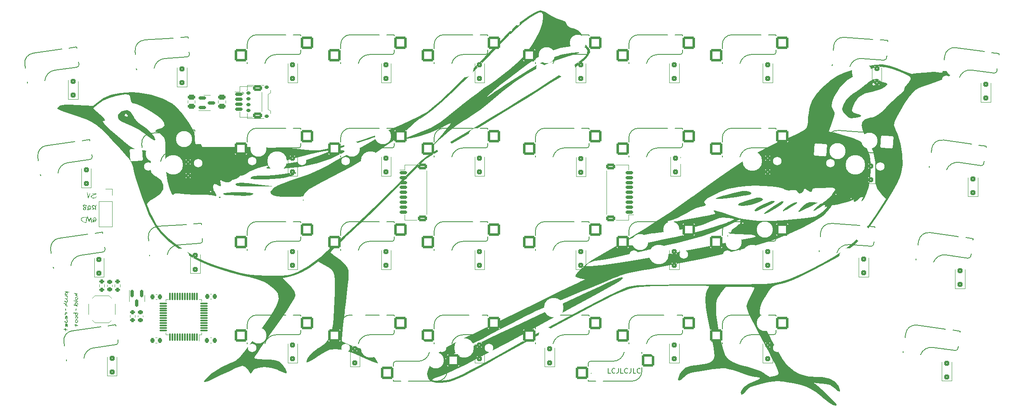
<source format=gbr>
%TF.GenerationSoftware,KiCad,Pcbnew,(7.0.0)*%
%TF.CreationDate,2023-08-26T01:37:01+02:00*%
%TF.ProjectId,tinyv pcb,74696e79-7620-4706-9362-2e6b69636164,rev?*%
%TF.SameCoordinates,Original*%
%TF.FileFunction,Legend,Bot*%
%TF.FilePolarity,Positive*%
%FSLAX46Y46*%
G04 Gerber Fmt 4.6, Leading zero omitted, Abs format (unit mm)*
G04 Created by KiCad (PCBNEW (7.0.0)) date 2023-08-26 01:37:01*
%MOMM*%
%LPD*%
G01*
G04 APERTURE LIST*
G04 Aperture macros list*
%AMRoundRect*
0 Rectangle with rounded corners*
0 $1 Rounding radius*
0 $2 $3 $4 $5 $6 $7 $8 $9 X,Y pos of 4 corners*
0 Add a 4 corners polygon primitive as box body*
4,1,4,$2,$3,$4,$5,$6,$7,$8,$9,$2,$3,0*
0 Add four circle primitives for the rounded corners*
1,1,$1+$1,$2,$3*
1,1,$1+$1,$4,$5*
1,1,$1+$1,$6,$7*
1,1,$1+$1,$8,$9*
0 Add four rect primitives between the rounded corners*
20,1,$1+$1,$2,$3,$4,$5,0*
20,1,$1+$1,$4,$5,$6,$7,0*
20,1,$1+$1,$6,$7,$8,$9,0*
20,1,$1+$1,$8,$9,$2,$3,0*%
G04 Aperture macros list end*
%ADD10C,0.150000*%
%ADD11C,0.120000*%
%ADD12RoundRect,0.150000X0.625000X-0.150000X0.625000X0.150000X-0.625000X0.150000X-0.625000X-0.150000X0*%
%ADD13RoundRect,0.250000X0.650000X-0.350000X0.650000X0.350000X-0.650000X0.350000X-0.650000X-0.350000X0*%
%ADD14RoundRect,0.150000X-0.625000X0.150000X-0.625000X-0.150000X0.625000X-0.150000X0.625000X0.150000X0*%
%ADD15RoundRect,0.250000X-0.650000X0.350000X-0.650000X-0.350000X0.650000X-0.350000X0.650000X0.350000X0*%
%ADD16C,0.750000*%
%ADD17C,3.048000*%
%ADD18C,3.987800*%
%ADD19C,1.750000*%
%ADD20C,3.300000*%
%ADD21RoundRect,0.250000X1.025000X1.000000X-1.025000X1.000000X-1.025000X-1.000000X1.025000X-1.000000X0*%
%ADD22RoundRect,0.250000X0.300000X-0.300000X0.300000X0.300000X-0.300000X0.300000X-0.300000X-0.300000X0*%
%ADD23RoundRect,0.250000X0.952747X1.069064X-1.092260X0.926064X-0.952747X-1.069064X1.092260X-0.926064X0*%
%ADD24R,1.800000X1.100000*%
%ADD25RoundRect,0.250000X1.154198X0.847616X-0.875852X1.132920X-1.154198X-0.847616X0.875852X-1.132920X0*%
%ADD26RoundRect,0.250000X0.875852X1.132920X-1.154198X0.847616X-0.875852X-1.132920X1.154198X-0.847616X0*%
%ADD27RoundRect,0.150000X-0.150000X0.587500X-0.150000X-0.587500X0.150000X-0.587500X0.150000X0.587500X0*%
%ADD28R,1.700000X1.700000*%
%ADD29O,1.700000X1.700000*%
%ADD30RoundRect,0.225000X-0.225000X-0.250000X0.225000X-0.250000X0.225000X0.250000X-0.225000X0.250000X0*%
%ADD31RoundRect,0.250000X-1.025000X-1.000000X1.025000X-1.000000X1.025000X1.000000X-1.025000X1.000000X0*%
%ADD32RoundRect,0.250000X1.092260X0.926064X-0.952747X1.069064X-1.092260X-0.926064X0.952747X-1.069064X0*%
%ADD33RoundRect,0.225000X0.250000X-0.225000X0.250000X0.225000X-0.250000X0.225000X-0.250000X-0.225000X0*%
%ADD34RoundRect,0.200000X0.275000X-0.200000X0.275000X0.200000X-0.275000X0.200000X-0.275000X-0.200000X0*%
%ADD35RoundRect,0.250000X0.475000X-0.250000X0.475000X0.250000X-0.475000X0.250000X-0.475000X-0.250000X0*%
%ADD36RoundRect,0.225000X0.225000X0.250000X-0.225000X0.250000X-0.225000X-0.250000X0.225000X-0.250000X0*%
%ADD37RoundRect,0.150000X-0.275000X0.150000X-0.275000X-0.150000X0.275000X-0.150000X0.275000X0.150000X0*%
%ADD38RoundRect,0.175000X-0.225000X0.175000X-0.225000X-0.175000X0.225000X-0.175000X0.225000X0.175000X0*%
%ADD39RoundRect,0.150000X-0.587500X-0.150000X0.587500X-0.150000X0.587500X0.150000X-0.587500X0.150000X0*%
%ADD40RoundRect,0.075000X0.075000X-0.662500X0.075000X0.662500X-0.075000X0.662500X-0.075000X-0.662500X0*%
%ADD41RoundRect,0.075000X0.662500X-0.075000X0.662500X0.075000X-0.662500X0.075000X-0.662500X-0.075000X0*%
G04 APERTURE END LIST*
D10*
X169212201Y-92236130D02*
X169212201Y-92950416D01*
X169212201Y-92950416D02*
X169164582Y-93093273D01*
X169164582Y-93093273D02*
X169069344Y-93188511D01*
X169069344Y-93188511D02*
X168926487Y-93236130D01*
X168926487Y-93236130D02*
X168831249Y-93236130D01*
X170164582Y-93236130D02*
X169688392Y-93236130D01*
X169688392Y-93236130D02*
X169688392Y-92236130D01*
X171069344Y-93140892D02*
X171021725Y-93188511D01*
X171021725Y-93188511D02*
X170878868Y-93236130D01*
X170878868Y-93236130D02*
X170783630Y-93236130D01*
X170783630Y-93236130D02*
X170640773Y-93188511D01*
X170640773Y-93188511D02*
X170545535Y-93093273D01*
X170545535Y-93093273D02*
X170497916Y-92998035D01*
X170497916Y-92998035D02*
X170450297Y-92807559D01*
X170450297Y-92807559D02*
X170450297Y-92664702D01*
X170450297Y-92664702D02*
X170497916Y-92474226D01*
X170497916Y-92474226D02*
X170545535Y-92378988D01*
X170545535Y-92378988D02*
X170640773Y-92283750D01*
X170640773Y-92283750D02*
X170783630Y-92236130D01*
X170783630Y-92236130D02*
X170878868Y-92236130D01*
X170878868Y-92236130D02*
X171021725Y-92283750D01*
X171021725Y-92283750D02*
X171069344Y-92331369D01*
X171783630Y-92236130D02*
X171783630Y-92950416D01*
X171783630Y-92950416D02*
X171736011Y-93093273D01*
X171736011Y-93093273D02*
X171640773Y-93188511D01*
X171640773Y-93188511D02*
X171497916Y-93236130D01*
X171497916Y-93236130D02*
X171402678Y-93236130D01*
X172736011Y-93236130D02*
X172259821Y-93236130D01*
X172259821Y-93236130D02*
X172259821Y-92236130D01*
X173640773Y-93140892D02*
X173593154Y-93188511D01*
X173593154Y-93188511D02*
X173450297Y-93236130D01*
X173450297Y-93236130D02*
X173355059Y-93236130D01*
X173355059Y-93236130D02*
X173212202Y-93188511D01*
X173212202Y-93188511D02*
X173116964Y-93093273D01*
X173116964Y-93093273D02*
X173069345Y-92998035D01*
X173069345Y-92998035D02*
X173021726Y-92807559D01*
X173021726Y-92807559D02*
X173021726Y-92664702D01*
X173021726Y-92664702D02*
X173069345Y-92474226D01*
X173069345Y-92474226D02*
X173116964Y-92378988D01*
X173116964Y-92378988D02*
X173212202Y-92283750D01*
X173212202Y-92283750D02*
X173355059Y-92236130D01*
X173355059Y-92236130D02*
X173450297Y-92236130D01*
X173450297Y-92236130D02*
X173593154Y-92283750D01*
X173593154Y-92283750D02*
X173640773Y-92331369D01*
X174355059Y-92236130D02*
X174355059Y-92950416D01*
X174355059Y-92950416D02*
X174307440Y-93093273D01*
X174307440Y-93093273D02*
X174212202Y-93188511D01*
X174212202Y-93188511D02*
X174069345Y-93236130D01*
X174069345Y-93236130D02*
X173974107Y-93236130D01*
X175307440Y-93236130D02*
X174831250Y-93236130D01*
X174831250Y-93236130D02*
X174831250Y-92236130D01*
X176212202Y-93140892D02*
X176164583Y-93188511D01*
X176164583Y-93188511D02*
X176021726Y-93236130D01*
X176021726Y-93236130D02*
X175926488Y-93236130D01*
X175926488Y-93236130D02*
X175783631Y-93188511D01*
X175783631Y-93188511D02*
X175688393Y-93093273D01*
X175688393Y-93093273D02*
X175640774Y-92998035D01*
X175640774Y-92998035D02*
X175593155Y-92807559D01*
X175593155Y-92807559D02*
X175593155Y-92664702D01*
X175593155Y-92664702D02*
X175640774Y-92474226D01*
X175640774Y-92474226D02*
X175688393Y-92378988D01*
X175688393Y-92378988D02*
X175783631Y-92283750D01*
X175783631Y-92283750D02*
X175926488Y-92236130D01*
X175926488Y-92236130D02*
X176021726Y-92236130D01*
X176021726Y-92236130D02*
X176164583Y-92283750D01*
X176164583Y-92283750D02*
X176212202Y-92331369D01*
X176926488Y-92236130D02*
X176926488Y-92950416D01*
X176926488Y-92950416D02*
X176878869Y-93093273D01*
X176878869Y-93093273D02*
X176783631Y-93188511D01*
X176783631Y-93188511D02*
X176640774Y-93236130D01*
X176640774Y-93236130D02*
X176545536Y-93236130D01*
X177878869Y-93236130D02*
X177402679Y-93236130D01*
X177402679Y-93236130D02*
X177402679Y-92236130D01*
X178783631Y-93140892D02*
X178736012Y-93188511D01*
X178736012Y-93188511D02*
X178593155Y-93236130D01*
X178593155Y-93236130D02*
X178497917Y-93236130D01*
X178497917Y-93236130D02*
X178355060Y-93188511D01*
X178355060Y-93188511D02*
X178259822Y-93093273D01*
X178259822Y-93093273D02*
X178212203Y-92998035D01*
X178212203Y-92998035D02*
X178164584Y-92807559D01*
X178164584Y-92807559D02*
X178164584Y-92664702D01*
X178164584Y-92664702D02*
X178212203Y-92474226D01*
X178212203Y-92474226D02*
X178259822Y-92378988D01*
X178259822Y-92378988D02*
X178355060Y-92283750D01*
X178355060Y-92283750D02*
X178497917Y-92236130D01*
X178497917Y-92236130D02*
X178593155Y-92236130D01*
X178593155Y-92236130D02*
X178736012Y-92283750D01*
X178736012Y-92283750D02*
X178783631Y-92331369D01*
D11*
%TO.C,J6*%
X173910000Y-50746250D02*
X176410000Y-50746250D01*
X176410000Y-50746250D02*
X176410000Y-51796250D01*
X171940000Y-60796250D02*
X171940000Y-51916250D01*
X176410000Y-60916250D02*
X177400000Y-60916250D01*
X176410000Y-61966250D02*
X176410000Y-60916250D01*
X173910000Y-61966250D02*
X176410000Y-61966250D01*
%TO.C,J5*%
X133271250Y-61966250D02*
X130771250Y-61966250D01*
X130771250Y-61966250D02*
X130771250Y-60916250D01*
X135241250Y-51916250D02*
X135241250Y-60796250D01*
X130771250Y-51796250D02*
X129781250Y-51796250D01*
X130771250Y-50746250D02*
X130771250Y-51796250D01*
X133271250Y-50746250D02*
X130771250Y-50746250D01*
D10*
%TO.C,MX4*%
X128689824Y-27286030D02*
X128689824Y-27756030D01*
X128689824Y-24206030D02*
X128689824Y-24436030D01*
X128189824Y-28256030D02*
X123625000Y-28256030D01*
X127139824Y-24206030D02*
X128689824Y-24206030D01*
X119739824Y-24206030D02*
X125639824Y-24206030D01*
X117739824Y-29856030D02*
X117739824Y-30096030D01*
X117739824Y-27006030D02*
X117739824Y-26206030D01*
X128189824Y-28256030D02*
G75*
G03*
X128689824Y-27756030I-1J500001D01*
G01*
X123625000Y-28256030D02*
G75*
G03*
X121330678Y-30096030I-863J-2349335D01*
G01*
X119739824Y-24206030D02*
G75*
G03*
X117739824Y-26206030I5J-2000005D01*
G01*
D11*
%TO.C,D21*%
X67505464Y-73647500D02*
X67505464Y-69787500D01*
X69505464Y-73647500D02*
X67505464Y-73647500D01*
X69505464Y-73647500D02*
X69505464Y-69787500D01*
%TO.C,D34*%
X119650000Y-91903750D02*
X119650000Y-88043750D01*
X121650000Y-91903750D02*
X119650000Y-91903750D01*
X121650000Y-91903750D02*
X121650000Y-88043750D01*
D10*
%TO.C,MX23*%
X109639824Y-65386030D02*
X109639824Y-65856030D01*
X109639824Y-62306030D02*
X109639824Y-62536030D01*
X109139824Y-66356030D02*
X104575000Y-66356030D01*
X108089824Y-62306030D02*
X109639824Y-62306030D01*
X100689824Y-62306030D02*
X106589824Y-62306030D01*
X98689824Y-67956030D02*
X98689824Y-68196030D01*
X98689824Y-65106030D02*
X98689824Y-64306030D01*
X109139824Y-66356030D02*
G75*
G03*
X109639824Y-65856030I-1J500001D01*
G01*
X104575000Y-66356030D02*
G75*
G03*
X102280678Y-68196030I-863J-2349335D01*
G01*
X100689824Y-62306030D02*
G75*
G03*
X98689824Y-64306030I5J-2000005D01*
G01*
D11*
%TO.C,D8*%
X203787500Y-33960000D02*
X203787500Y-30100000D01*
X205787500Y-33960000D02*
X203787500Y-33960000D01*
X205787500Y-33960000D02*
X205787500Y-30100000D01*
D10*
%TO.C,MX12*%
X88202355Y-46743855D02*
X88235140Y-47212710D01*
X87987505Y-43671357D02*
X88003549Y-43900797D01*
X87771237Y-47746370D02*
X83217532Y-48064796D01*
X86441281Y-43779480D02*
X87987505Y-43671357D01*
X79059307Y-44295678D02*
X84944935Y-43884114D01*
X77458303Y-50071428D02*
X77475044Y-50310843D01*
X77259497Y-47228370D02*
X77203692Y-46430319D01*
X87771237Y-47746369D02*
G75*
G03*
X88235139Y-47212710I-34880J498782D01*
G01*
X83217532Y-48064796D02*
G75*
G03*
X81057151Y-50060358I163018J-2343669D01*
G01*
X79059307Y-44295678D02*
G75*
G03*
X77203693Y-46430319I139518J-1995132D01*
G01*
D11*
%TO.C,D33*%
X106950000Y-91110000D02*
X106950000Y-87250000D01*
X108950000Y-91110000D02*
X106950000Y-91110000D01*
X108950000Y-91110000D02*
X108950000Y-87250000D01*
%TO.C,D23*%
X106950000Y-72060000D02*
X106950000Y-68200000D01*
X108950000Y-72060000D02*
X106950000Y-72060000D01*
X108950000Y-72060000D02*
X108950000Y-68200000D01*
D10*
%TO.C,MX34*%
X128689824Y-84436030D02*
X128689824Y-84906030D01*
X128689824Y-81356030D02*
X128689824Y-81586030D01*
X128189824Y-85406030D02*
X123625000Y-85406030D01*
X127139824Y-81356030D02*
X128689824Y-81356030D01*
X119739824Y-81356030D02*
X125639824Y-81356030D01*
X117739824Y-87006030D02*
X117739824Y-87246030D01*
X117739824Y-84156030D02*
X117739824Y-83356030D01*
X128189824Y-85406030D02*
G75*
G03*
X128689824Y-84906030I-1J500001D01*
G01*
X123625000Y-85406030D02*
G75*
G03*
X121330678Y-87246030I-863J-2349335D01*
G01*
X119739824Y-81356030D02*
G75*
G03*
X117739824Y-83356030I5J-2000005D01*
G01*
D11*
%TO.C,D2*%
X84421634Y-34808148D02*
X84421634Y-30948148D01*
X86421634Y-34808148D02*
X84421634Y-34808148D01*
X86421634Y-34808148D02*
X86421634Y-30948148D01*
D10*
%TO.C,MX8*%
X206477324Y-27286030D02*
X206477324Y-27756030D01*
X206477324Y-24206030D02*
X206477324Y-24436030D01*
X205977324Y-28256030D02*
X201412500Y-28256030D01*
X204927324Y-24206030D02*
X206477324Y-24206030D01*
X197527324Y-24206030D02*
X203427324Y-24206030D01*
X195527324Y-29856030D02*
X195527324Y-30096030D01*
X195527324Y-27006030D02*
X195527324Y-26206030D01*
X205977324Y-28256030D02*
G75*
G03*
X206477324Y-27756030I-1J500001D01*
G01*
X201412500Y-28256030D02*
G75*
G03*
X199118178Y-30096030I-863J-2349335D01*
G01*
X197527324Y-24206030D02*
G75*
G03*
X195527324Y-26206030I5J-2000005D01*
G01*
D11*
%TO.C,SW1*%
X71776250Y-81208750D02*
X71776250Y-79128750D01*
X70506250Y-82888750D02*
X70996250Y-82398750D01*
X70506250Y-82888750D02*
X67606250Y-82888750D01*
X70506250Y-77448750D02*
X70996250Y-77938750D01*
X70506250Y-77448750D02*
X67606250Y-77448750D01*
X67606250Y-82888750D02*
X67116250Y-82398750D01*
X67606250Y-77448750D02*
X67116250Y-77938750D01*
X66336250Y-81208750D02*
X66336250Y-79128750D01*
D10*
%TO.C,MX40*%
X243606464Y-87729406D02*
X243541052Y-88194832D01*
X244035117Y-84679380D02*
X244003107Y-84907142D01*
X242976332Y-88620379D02*
X238455932Y-87985079D01*
X242500201Y-84463662D02*
X244035117Y-84679380D01*
X235172218Y-83433781D02*
X241014799Y-84254902D01*
X232405354Y-88750449D02*
X232371952Y-88988114D01*
X232801997Y-85928185D02*
X232913335Y-85135971D01*
X242976332Y-88620378D02*
G75*
G03*
X243541052Y-88194832I69586J495134D01*
G01*
X238455932Y-87985079D02*
G75*
G03*
X235927861Y-89487864I-327818J-2326351D01*
G01*
X235172218Y-83433781D02*
G75*
G03*
X232913336Y-85135971I-278342J-1980542D01*
G01*
D11*
%TO.C,D28*%
X203787500Y-72060000D02*
X203787500Y-68200000D01*
X205787500Y-72060000D02*
X203787500Y-72060000D01*
X205787500Y-72060000D02*
X205787500Y-68200000D01*
D10*
%TO.C,MX15*%
X147739824Y-46336030D02*
X147739824Y-46806030D01*
X147739824Y-43256030D02*
X147739824Y-43486030D01*
X147239824Y-47306030D02*
X142675000Y-47306030D01*
X146189824Y-43256030D02*
X147739824Y-43256030D01*
X138789824Y-43256030D02*
X144689824Y-43256030D01*
X136789824Y-48906030D02*
X136789824Y-49146030D01*
X136789824Y-46056030D02*
X136789824Y-45256030D01*
X147239824Y-47306030D02*
G75*
G03*
X147739824Y-46806030I-1J500001D01*
G01*
X142675000Y-47306030D02*
G75*
G03*
X140380678Y-49146030I-863J-2349335D01*
G01*
X138789824Y-43256030D02*
G75*
G03*
X136789824Y-45256030I5J-2000005D01*
G01*
%TO.C,MX27*%
X187427324Y-65386030D02*
X187427324Y-65856030D01*
X187427324Y-62306030D02*
X187427324Y-62536030D01*
X186927324Y-66356030D02*
X182362500Y-66356030D01*
X185877324Y-62306030D02*
X187427324Y-62306030D01*
X178477324Y-62306030D02*
X184377324Y-62306030D01*
X176477324Y-67956030D02*
X176477324Y-68196030D01*
X176477324Y-65106030D02*
X176477324Y-64306030D01*
X186927324Y-66356030D02*
G75*
G03*
X187427324Y-65856030I-1J500001D01*
G01*
X182362500Y-66356030D02*
G75*
G03*
X180068178Y-68196030I-863J-2349335D01*
G01*
X178477324Y-62306030D02*
G75*
G03*
X176477324Y-64306030I5J-2000005D01*
G01*
%TO.C,MX1*%
X64351340Y-29782316D02*
X64416751Y-30247742D01*
X63922687Y-26732290D02*
X63954697Y-26960052D01*
X63991204Y-30812462D02*
X59470804Y-31447763D01*
X62387771Y-26948008D02*
X63922687Y-26732290D01*
X55059788Y-27977889D02*
X60902369Y-27156768D01*
X53865579Y-33851250D02*
X53898981Y-34088914D01*
X53468936Y-31028986D02*
X53357598Y-30236772D01*
X63991204Y-30812461D02*
G75*
G03*
X64416750Y-30247742I-69588J495134D01*
G01*
X59470804Y-31447764D02*
G75*
G03*
X57454889Y-33589164I326110J-2326591D01*
G01*
X55059788Y-27977890D02*
G75*
G03*
X53357598Y-30236772I278351J-1980540D01*
G01*
D11*
%TO.C,Q1*%
X77760000Y-77972814D02*
X77760000Y-77322814D01*
X77760000Y-77972814D02*
X77760000Y-78622814D01*
X74640000Y-77972814D02*
X74640000Y-76297814D01*
X74640000Y-77972814D02*
X74640000Y-78622814D01*
%TO.C,G\u002A\u002A\u002A*%
G36*
X110222464Y-57908798D02*
G01*
X110079768Y-58051494D01*
X109937071Y-57908798D01*
X110079768Y-57766101D01*
X110222464Y-57908798D01*
G37*
G36*
X93289131Y-57290446D02*
G01*
X93333780Y-57376287D01*
X93098869Y-57480708D01*
X92947783Y-57460112D01*
X92908607Y-57290446D01*
X92950436Y-57256290D01*
X93289131Y-57290446D01*
G37*
G36*
X98793830Y-54484966D02*
G01*
X100627623Y-54685386D01*
X104086509Y-55118992D01*
X100321892Y-55158277D01*
X98844517Y-55155149D01*
X97580660Y-55110253D01*
X96733470Y-55026979D01*
X96379646Y-54910153D01*
X96335393Y-54660963D01*
X96677318Y-54471188D01*
X97486929Y-54413044D01*
X98793830Y-54484966D01*
G37*
G36*
X98022388Y-56355636D02*
G01*
X98997925Y-56403041D01*
X99687107Y-56486207D01*
X99948307Y-56605572D01*
X99732766Y-56825368D01*
X99163476Y-57006216D01*
X98878292Y-57039945D01*
X97968579Y-57068309D01*
X96951678Y-57027653D01*
X96535559Y-56997405D01*
X95452863Y-56937405D01*
X94580340Y-56912402D01*
X94497357Y-56911282D01*
X93928711Y-56823066D01*
X93812352Y-56624528D01*
X94089251Y-56514876D01*
X94793929Y-56423613D01*
X95778763Y-56366360D01*
X96902125Y-56343555D01*
X98022388Y-56355636D01*
G37*
G36*
X108583930Y-52275313D02*
G01*
X108714344Y-52424921D01*
X108355142Y-52710071D01*
X108098889Y-52826990D01*
X107330889Y-53092262D01*
X106392089Y-53352502D01*
X106009530Y-53431113D01*
X105015304Y-53564083D01*
X103824098Y-53661706D01*
X102563458Y-53721015D01*
X101360932Y-53739040D01*
X100344069Y-53712814D01*
X99640416Y-53639369D01*
X99377521Y-53515736D01*
X99377521Y-53514953D01*
X99550307Y-53230847D01*
X100107714Y-53044741D01*
X101110576Y-52945492D01*
X102619726Y-52921960D01*
X102663876Y-52922147D01*
X104057331Y-52869522D01*
X105486100Y-52725276D01*
X106647558Y-52519636D01*
X107120678Y-52412440D01*
X108030506Y-52268677D01*
X108583930Y-52275313D01*
G37*
G36*
X75401692Y-40642506D02*
G01*
X75548662Y-40865147D01*
X75700502Y-41161391D01*
X76432776Y-42106289D01*
X77549080Y-42903962D01*
X78343798Y-43453212D01*
X79160715Y-44218486D01*
X79746523Y-44985852D01*
X79970779Y-45609573D01*
X79967694Y-45656537D01*
X79745585Y-45768198D01*
X79167640Y-45451310D01*
X78227252Y-44702436D01*
X77722451Y-44307586D01*
X76555433Y-43552121D01*
X75404487Y-42963196D01*
X75070517Y-42821951D01*
X73873365Y-42301195D01*
X73092831Y-41918458D01*
X72635725Y-41614679D01*
X72408853Y-41330795D01*
X72319023Y-41007746D01*
X72368781Y-40642506D01*
X73692127Y-40642506D01*
X73746581Y-40778895D01*
X74137060Y-40927899D01*
X74340912Y-40886831D01*
X74405610Y-40642506D01*
X74347196Y-40564564D01*
X73960677Y-40357112D01*
X73896962Y-40365281D01*
X73692127Y-40642506D01*
X72368781Y-40642506D01*
X72384415Y-40527751D01*
X72944658Y-39925047D01*
X73345430Y-39699380D01*
X74201577Y-39538335D01*
X74927233Y-39923763D01*
X75401692Y-40642506D01*
G37*
G36*
X168570054Y-27455023D02*
G01*
X168593785Y-27719016D01*
X168317997Y-28335779D01*
X168221383Y-28491537D01*
X167654756Y-29132722D01*
X166798536Y-29904858D01*
X165797329Y-30673817D01*
X165383484Y-30959984D01*
X164138905Y-31787913D01*
X162500730Y-32847196D01*
X160536108Y-34096623D01*
X158312186Y-35494981D01*
X155896112Y-37001060D01*
X153355035Y-38573648D01*
X150756102Y-40171532D01*
X148166462Y-41753502D01*
X145653262Y-43278346D01*
X143283650Y-44704852D01*
X141124774Y-45991808D01*
X139243782Y-47098004D01*
X137707822Y-47982227D01*
X136584043Y-48603266D01*
X136019878Y-48932189D01*
X135123044Y-49575164D01*
X134100128Y-50456609D01*
X132873545Y-51644996D01*
X131365713Y-53208798D01*
X130363282Y-54250454D01*
X128911183Y-55719531D01*
X127226574Y-57392882D01*
X125408786Y-59172662D01*
X123557148Y-60961024D01*
X121770989Y-62660126D01*
X121292353Y-63111883D01*
X119781009Y-64545419D01*
X118429147Y-65838242D01*
X117288187Y-66940455D01*
X116409551Y-67802163D01*
X115844660Y-68373469D01*
X115644936Y-68604477D01*
X115649591Y-68624926D01*
X115924272Y-68894528D01*
X116492519Y-69274052D01*
X116726266Y-69422598D01*
X117539610Y-70027592D01*
X118347575Y-70724901D01*
X118675854Y-71045501D01*
X119121445Y-71617712D01*
X119313713Y-72254125D01*
X119355049Y-73206999D01*
X119354734Y-73253909D01*
X119311154Y-74058977D01*
X119202356Y-75302780D01*
X119040297Y-76869102D01*
X118836934Y-78641728D01*
X118604226Y-80504442D01*
X118555225Y-80883903D01*
X118341967Y-82619515D01*
X118170549Y-84154605D01*
X118049986Y-85397942D01*
X117989293Y-86258295D01*
X117997486Y-86644434D01*
X118194495Y-86813118D01*
X118845898Y-87141714D01*
X119832553Y-87543416D01*
X121034465Y-87966010D01*
X122150937Y-88342242D01*
X123133413Y-88722130D01*
X123792184Y-89072151D01*
X124252055Y-89461323D01*
X124637834Y-89958664D01*
X124829579Y-90248403D01*
X125200842Y-90866786D01*
X125348307Y-91207314D01*
X125318946Y-91242738D01*
X124901647Y-91165636D01*
X124001267Y-90824081D01*
X122631746Y-90223711D01*
X120807024Y-89370165D01*
X119957505Y-89005954D01*
X118332386Y-88514353D01*
X116818956Y-88303265D01*
X115589064Y-88404492D01*
X115497191Y-88433932D01*
X114867398Y-88731971D01*
X113969424Y-89242568D01*
X112965824Y-89874623D01*
X112647403Y-90081569D01*
X111776266Y-90608740D01*
X111132816Y-90940234D01*
X110837891Y-91011490D01*
X110777550Y-90701221D01*
X111040122Y-90114259D01*
X111576659Y-89415854D01*
X112286938Y-88732606D01*
X113070731Y-88191112D01*
X113385941Y-88013451D01*
X114581973Y-87152554D01*
X115398047Y-86134635D01*
X115916086Y-84827106D01*
X116218014Y-83097377D01*
X116325793Y-81883573D01*
X116427095Y-80295933D01*
X116509696Y-78548482D01*
X116562233Y-76847520D01*
X116584843Y-75571547D01*
X116572606Y-74221460D01*
X116472958Y-73259057D01*
X116245294Y-72578172D01*
X115849012Y-72072642D01*
X115243509Y-71636300D01*
X114388182Y-71162982D01*
X113163518Y-70513299D01*
X112192430Y-71242608D01*
X111267469Y-71868510D01*
X109804554Y-72669824D01*
X108338986Y-73293269D01*
X107085392Y-73638170D01*
X105898900Y-73827897D01*
X107204502Y-75153431D01*
X107764440Y-75760774D01*
X108333787Y-76589947D01*
X108510105Y-77285499D01*
X108472128Y-77507539D01*
X108216354Y-78109348D01*
X107700271Y-79016666D01*
X106901293Y-80265711D01*
X105796836Y-81892700D01*
X104364314Y-83933853D01*
X103452942Y-85223919D01*
X102401355Y-86728374D01*
X101500282Y-88035377D01*
X100795186Y-89078281D01*
X100331526Y-89790438D01*
X100154764Y-90105202D01*
X100153428Y-90113989D01*
X100374462Y-90296084D01*
X101105122Y-90404688D01*
X102374150Y-90444190D01*
X103394495Y-90475419D01*
X104563921Y-90612723D01*
X105257349Y-90847752D01*
X105549267Y-91101956D01*
X106025524Y-91684256D01*
X106460540Y-92358144D01*
X106745015Y-92947971D01*
X106769652Y-93278090D01*
X106593461Y-93265939D01*
X106025281Y-93066243D01*
X105225478Y-92708207D01*
X104767837Y-92509527D01*
X103481688Y-92147432D01*
X102196477Y-92020087D01*
X101044790Y-92120969D01*
X100159211Y-92443557D01*
X99672325Y-92981331D01*
X99634071Y-93080483D01*
X99470057Y-93359202D01*
X99268060Y-93234650D01*
X98911676Y-92657231D01*
X98388252Y-91999167D01*
X97776398Y-91729703D01*
X97729201Y-91733270D01*
X97183009Y-91895411D01*
X96265656Y-92263401D01*
X95092998Y-92788204D01*
X93780892Y-93420783D01*
X93377818Y-93621227D01*
X91846749Y-94363824D01*
X90774677Y-94841272D01*
X90128064Y-95061990D01*
X89873371Y-95034396D01*
X89977058Y-94766907D01*
X90405587Y-94267941D01*
X91525210Y-93242043D01*
X93316213Y-92031094D01*
X95167429Y-91203934D01*
X95168942Y-91203444D01*
X95772914Y-90983506D01*
X96286892Y-90708873D01*
X96796787Y-90298726D01*
X97388512Y-89672244D01*
X98147980Y-88748609D01*
X99161103Y-87447000D01*
X100379262Y-85851081D01*
X101921032Y-83771293D01*
X103126623Y-82053606D01*
X104020945Y-80658341D01*
X104628907Y-79545824D01*
X104975418Y-78676376D01*
X105085386Y-78010320D01*
X105075796Y-77688191D01*
X104939216Y-77008514D01*
X104570002Y-76409400D01*
X103878446Y-75773296D01*
X102774838Y-74982652D01*
X102172331Y-74626198D01*
X100811513Y-74084120D01*
X99011726Y-73648709D01*
X97726094Y-73371910D01*
X95510532Y-72787842D01*
X93235412Y-72076855D01*
X91056616Y-71292674D01*
X89130023Y-70489024D01*
X87611515Y-69719627D01*
X87213263Y-69485998D01*
X84781429Y-67945714D01*
X82820792Y-66465412D01*
X81259084Y-64977524D01*
X80024038Y-63414484D01*
X79043386Y-61708724D01*
X78659756Y-60878615D01*
X78011948Y-59326590D01*
X77348945Y-57589097D01*
X76719990Y-55807618D01*
X76174327Y-54123636D01*
X75761202Y-52678632D01*
X75529858Y-51614089D01*
X75498928Y-51424205D01*
X75347293Y-50823984D01*
X75074528Y-50237903D01*
X74611295Y-49560258D01*
X73888259Y-48685346D01*
X72836083Y-47507465D01*
X72748078Y-47410633D01*
X71213777Y-45739269D01*
X69960465Y-44431282D01*
X68899874Y-43422000D01*
X67943737Y-42646751D01*
X67003788Y-42040865D01*
X65991757Y-41539669D01*
X64819380Y-41078492D01*
X63398388Y-40592662D01*
X62870128Y-40418141D01*
X61549298Y-39974754D01*
X60678466Y-39657081D01*
X60187487Y-39426034D01*
X60006215Y-39242526D01*
X60018442Y-39205806D01*
X67303999Y-39205806D01*
X68708135Y-40494942D01*
X69015363Y-40781298D01*
X69590475Y-41374084D01*
X69762038Y-41690501D01*
X69565658Y-41784079D01*
X69492849Y-41785174D01*
X69257275Y-41858526D01*
X69367536Y-42120493D01*
X69857272Y-42673701D01*
X70219178Y-43033242D01*
X71019090Y-43772586D01*
X72030135Y-44668261D01*
X73117153Y-45598982D01*
X73797108Y-46167840D01*
X74678101Y-46872395D01*
X75342429Y-47316283D01*
X75926354Y-47568845D01*
X76566140Y-47699416D01*
X77398052Y-47777337D01*
X79257296Y-47920034D01*
X79167442Y-48776214D01*
X79141290Y-49059204D01*
X79075563Y-50008872D01*
X79024746Y-51048034D01*
X79011524Y-51704988D01*
X79103556Y-52293212D01*
X79428378Y-52685126D01*
X80100454Y-53098964D01*
X80106408Y-53102320D01*
X81141647Y-53903005D01*
X81626092Y-54791456D01*
X81563018Y-55718586D01*
X80955699Y-56635309D01*
X79807409Y-57492536D01*
X79088960Y-57946541D01*
X78488919Y-58425260D01*
X78258419Y-58752876D01*
X78288169Y-58895633D01*
X78516085Y-59500161D01*
X78919748Y-60409769D01*
X79440489Y-61488677D01*
X80169590Y-62813856D01*
X81105955Y-64143372D01*
X82242787Y-65358078D01*
X83688111Y-66571268D01*
X85549949Y-67896236D01*
X86929674Y-68786431D01*
X88699973Y-69786034D01*
X90541330Y-70639189D01*
X92618596Y-71420276D01*
X95096622Y-72203675D01*
X95689818Y-72377792D01*
X97134418Y-72775203D01*
X98335977Y-73039570D01*
X99497938Y-73202273D01*
X100823746Y-73294693D01*
X102516846Y-73348211D01*
X102727316Y-73352602D01*
X104249966Y-73360195D01*
X105640517Y-73328471D01*
X106752900Y-73262763D01*
X107441044Y-73168406D01*
X109029826Y-72607912D01*
X111142209Y-71433354D01*
X113417875Y-69729783D01*
X113678214Y-69510259D01*
X114967954Y-68383894D01*
X116562712Y-66944260D01*
X118384714Y-65265360D01*
X120356188Y-63421195D01*
X122399363Y-61485767D01*
X124436465Y-59533079D01*
X126389724Y-57637132D01*
X128181366Y-55871928D01*
X129733620Y-54311470D01*
X130968714Y-53029758D01*
X131599530Y-52364500D01*
X133040917Y-50906429D01*
X134252573Y-49792182D01*
X135321811Y-48944594D01*
X136335947Y-48286500D01*
X138223920Y-47187290D01*
X141632086Y-45182887D01*
X145047747Y-43150046D01*
X148414963Y-41123314D01*
X151677791Y-39137241D01*
X154780292Y-37226376D01*
X157666524Y-35425268D01*
X160280546Y-33768466D01*
X162566417Y-32290518D01*
X164468196Y-31025974D01*
X165929943Y-30009382D01*
X166608848Y-29502490D01*
X167525966Y-28694528D01*
X167985996Y-28034087D01*
X168026135Y-27455023D01*
X167683581Y-26891194D01*
X167642874Y-26846750D01*
X167308224Y-26566349D01*
X166872370Y-26430154D01*
X166180383Y-26414706D01*
X165077333Y-26496544D01*
X162681309Y-26864583D01*
X160064453Y-27676101D01*
X157816596Y-28865208D01*
X157162999Y-29315107D01*
X155953996Y-30181160D01*
X154580403Y-31195028D01*
X153131719Y-32287691D01*
X151697442Y-33390127D01*
X150367071Y-34433316D01*
X149230104Y-35348238D01*
X148376039Y-36065870D01*
X147894374Y-36517193D01*
X147658450Y-36795360D01*
X147631060Y-36912573D01*
X147984044Y-36702735D01*
X148750554Y-36151694D01*
X148933890Y-36017969D01*
X150042726Y-35248269D01*
X151440192Y-34324020D01*
X153017344Y-33312732D01*
X154665237Y-32281917D01*
X156274927Y-31299085D01*
X157737471Y-30431747D01*
X158943925Y-29747416D01*
X159785344Y-29313600D01*
X160528248Y-29010941D01*
X161941383Y-28557191D01*
X163469431Y-28174031D01*
X164899037Y-27912478D01*
X166016846Y-27823547D01*
X166216095Y-27829824D01*
X166450286Y-27881612D01*
X166206644Y-28006294D01*
X165446060Y-28231846D01*
X163463256Y-28815137D01*
X160713682Y-29777972D01*
X158183644Y-30888594D01*
X155762052Y-32209741D01*
X153337819Y-33804152D01*
X150799855Y-35734565D01*
X148037071Y-38063719D01*
X147549675Y-38473021D01*
X146233228Y-39481287D01*
X144759661Y-40512720D01*
X143365836Y-41398235D01*
X142918927Y-41672807D01*
X141351469Y-42744638D01*
X139747535Y-43975521D01*
X138371454Y-45166042D01*
X138009587Y-45505305D01*
X137153093Y-46293756D01*
X136673615Y-46702080D01*
X136573094Y-46722338D01*
X136853469Y-46346591D01*
X137516681Y-45566902D01*
X138564668Y-44375332D01*
X138857386Y-44041437D01*
X139538029Y-43232517D01*
X140011323Y-42621617D01*
X140188756Y-42320710D01*
X140170697Y-42300745D01*
X139830271Y-42395806D01*
X139147342Y-42714338D01*
X138238585Y-43203522D01*
X137497137Y-43588368D01*
X135685672Y-44335513D01*
X133792456Y-44901402D01*
X133457757Y-44980303D01*
X132063956Y-45289368D01*
X131216483Y-45436047D01*
X130914302Y-45419306D01*
X131156376Y-45238107D01*
X131941668Y-44891414D01*
X133269141Y-44378190D01*
X134010108Y-44098029D01*
X135114009Y-43653250D01*
X136074066Y-43207380D01*
X136987252Y-42699601D01*
X137950540Y-42069093D01*
X139060905Y-41255040D01*
X140415318Y-40196621D01*
X142110753Y-38833019D01*
X142664820Y-38388178D01*
X144152247Y-37223172D01*
X145641201Y-36092844D01*
X146985028Y-35107460D01*
X148037071Y-34377281D01*
X149144333Y-33616542D01*
X150683255Y-32475895D01*
X152180172Y-31283125D01*
X153526008Y-30129135D01*
X154611687Y-29104824D01*
X155328135Y-28301094D01*
X155950707Y-27454094D01*
X156847148Y-26146210D01*
X157558797Y-24949499D01*
X158211413Y-23661607D01*
X158391864Y-23256402D01*
X158798877Y-22060021D01*
X159002293Y-20972578D01*
X158984801Y-20127891D01*
X158729090Y-19659780D01*
X158711166Y-19649818D01*
X158208572Y-19687147D01*
X157382908Y-20082211D01*
X156302239Y-20783807D01*
X155034630Y-21740731D01*
X153648148Y-22901781D01*
X152210858Y-24215753D01*
X150790825Y-25631444D01*
X148326777Y-28184921D01*
X145336786Y-31226141D01*
X142644524Y-33894802D01*
X140261524Y-36180127D01*
X138199319Y-38071338D01*
X136469442Y-39557659D01*
X135083425Y-40628313D01*
X134052801Y-41272523D01*
X133840317Y-41387295D01*
X132943536Y-42007147D01*
X132242755Y-42679016D01*
X131795853Y-43151888D01*
X130861754Y-43978136D01*
X129633564Y-44960533D01*
X128219419Y-46016342D01*
X126727454Y-47062824D01*
X125265808Y-48017241D01*
X124730577Y-48344352D01*
X123385006Y-49134718D01*
X121716480Y-50086411D01*
X119845581Y-51132804D01*
X117892891Y-52207270D01*
X115978992Y-53243182D01*
X114224466Y-54173913D01*
X112749895Y-54932837D01*
X112660426Y-54978008D01*
X111419964Y-55664127D01*
X110669845Y-56224055D01*
X110357707Y-56696393D01*
X110319390Y-56835293D01*
X110190821Y-57072123D01*
X109917890Y-57215656D01*
X109394040Y-57285456D01*
X108512714Y-57301084D01*
X107167357Y-57282103D01*
X105849083Y-57240832D01*
X104764967Y-57151820D01*
X104080234Y-57006390D01*
X103703128Y-56791548D01*
X103495650Y-56553242D01*
X103460426Y-56220857D01*
X103820192Y-55744479D01*
X103853941Y-55707162D01*
X104112969Y-55443072D01*
X104412972Y-55213223D01*
X104837320Y-54981684D01*
X105469388Y-54712520D01*
X106392547Y-54369799D01*
X107690170Y-53917587D01*
X109445629Y-53319952D01*
X109466487Y-53312872D01*
X111016317Y-52748035D01*
X112546386Y-52124161D01*
X113881336Y-51516564D01*
X114845807Y-51000563D01*
X115197781Y-50789135D01*
X116265952Y-50179310D01*
X117639581Y-49423287D01*
X119179245Y-48597239D01*
X120745521Y-47777337D01*
X121131711Y-47576806D01*
X122681486Y-46743516D01*
X123863391Y-46059606D01*
X124654359Y-45544114D01*
X125031326Y-45216080D01*
X124971223Y-45094541D01*
X124450986Y-45198536D01*
X123447549Y-45547104D01*
X123006669Y-45707277D01*
X121791592Y-46110150D01*
X120356744Y-46550358D01*
X118926959Y-46957742D01*
X118327242Y-47121192D01*
X117291465Y-47411804D01*
X116737972Y-47593664D01*
X116618215Y-47693640D01*
X116883648Y-47738602D01*
X117485723Y-47755419D01*
X118112955Y-47783500D01*
X118151643Y-47792171D01*
X118544603Y-47880243D01*
X118551570Y-48070615D01*
X118106552Y-48381673D01*
X117182243Y-48840475D01*
X115751338Y-49474079D01*
X113098673Y-50427993D01*
X109631561Y-51197312D01*
X106084262Y-51495381D01*
X104700194Y-51512402D01*
X103613410Y-51513988D01*
X102955396Y-51490465D01*
X102650978Y-51435114D01*
X102624984Y-51341218D01*
X102802240Y-51202056D01*
X103043862Y-50979536D01*
X102789782Y-50944278D01*
X102048423Y-51103195D01*
X100843767Y-51453211D01*
X100028091Y-51740550D01*
X99169735Y-52123200D01*
X98657505Y-52452088D01*
X98289813Y-52722090D01*
X97679721Y-52914416D01*
X97361168Y-52976679D01*
X96808981Y-53342506D01*
X96548426Y-53563315D01*
X95917857Y-53770596D01*
X95619438Y-53819279D01*
X95382015Y-54055989D01*
X95341847Y-54171764D01*
X94953245Y-54324302D01*
X94317831Y-54280133D01*
X93641701Y-54041028D01*
X93345085Y-53901305D01*
X93178507Y-53980922D01*
X93271024Y-54499844D01*
X93360366Y-54916007D01*
X93279503Y-55114682D01*
X92870889Y-54942895D01*
X92458957Y-54749758D01*
X92036791Y-54626775D01*
X91831967Y-54769826D01*
X91753473Y-55254378D01*
X91867463Y-55872724D01*
X92044936Y-56196438D01*
X92158783Y-56404098D01*
X92185096Y-56433767D01*
X92449926Y-56904018D01*
X92351539Y-57154146D01*
X91939135Y-57041394D01*
X91876163Y-57014637D01*
X91324236Y-56927959D01*
X90405087Y-56876542D01*
X89280260Y-56870754D01*
X89228507Y-56871592D01*
X87848843Y-56857259D01*
X86448107Y-56786114D01*
X85321903Y-56672931D01*
X84766381Y-56597589D01*
X84076055Y-56550140D01*
X83748993Y-56640907D01*
X83656844Y-56886342D01*
X83612521Y-56968087D01*
X83401594Y-56743609D01*
X83111889Y-56196438D01*
X91101116Y-56196438D01*
X91243813Y-56339135D01*
X91386509Y-56196438D01*
X91243813Y-56053742D01*
X91101116Y-56196438D01*
X83111889Y-56196438D01*
X83080607Y-56137356D01*
X82859547Y-55572799D01*
X82469549Y-54054780D01*
X82187818Y-52190573D01*
X82083381Y-50794288D01*
X103997362Y-50794288D01*
X104235947Y-50822174D01*
X104937493Y-50751992D01*
X106084262Y-50593898D01*
X107826268Y-50325323D01*
X109426578Y-50029283D01*
X110789017Y-49702247D01*
X112089637Y-49301258D01*
X113504487Y-48783360D01*
X116073026Y-47792171D01*
X114387043Y-47972030D01*
X113894760Y-48046012D01*
X112764954Y-48277078D01*
X111310364Y-48620825D01*
X109665706Y-49044844D01*
X107965695Y-49516730D01*
X106236757Y-50020665D01*
X104980029Y-50403689D01*
X104239477Y-50658178D01*
X103997362Y-50794288D01*
X82083381Y-50794288D01*
X82033539Y-50127927D01*
X82025895Y-48014589D01*
X82050121Y-47180892D01*
X82042076Y-46247540D01*
X81953047Y-45639678D01*
X81754861Y-45208178D01*
X81419346Y-44803915D01*
X81350961Y-44732968D01*
X80785441Y-44260512D01*
X80349121Y-44067225D01*
X80076888Y-44029395D01*
X79968886Y-43833291D01*
X80251485Y-43568912D01*
X80846243Y-43349506D01*
X81298708Y-43215114D01*
X81810912Y-42814165D01*
X81784327Y-42233014D01*
X81220772Y-41462505D01*
X81138650Y-41380480D01*
X80411929Y-40792054D01*
X79408385Y-40117811D01*
X78275764Y-39441980D01*
X77161810Y-38848788D01*
X76214269Y-38422465D01*
X75580885Y-38247239D01*
X75415069Y-38227563D01*
X75046214Y-37965562D01*
X74886967Y-37289135D01*
X74790346Y-36718765D01*
X74504548Y-36421853D01*
X73846804Y-36361607D01*
X73311518Y-36397795D01*
X71990874Y-36670345D01*
X70562769Y-37142329D01*
X69252725Y-37732682D01*
X68286265Y-38360340D01*
X67303999Y-39205806D01*
X60018442Y-39205806D01*
X60064505Y-39067468D01*
X60292211Y-38861772D01*
X60603766Y-38657034D01*
X61037400Y-38518755D01*
X61684138Y-38459368D01*
X62662522Y-38468729D01*
X64091090Y-38536693D01*
X67270779Y-38713003D01*
X68358840Y-37839710D01*
X69411358Y-37119311D01*
X70985223Y-36443209D01*
X72849955Y-36069839D01*
X75119094Y-35967759D01*
X76528623Y-36040318D01*
X79056866Y-36459499D01*
X81399568Y-37210420D01*
X83390600Y-38247297D01*
X84213369Y-38900654D01*
X85508496Y-40316412D01*
X86850447Y-42217645D01*
X88204639Y-44559011D01*
X89531453Y-47063854D01*
X97522464Y-47124475D01*
X99535358Y-47147822D01*
X101790774Y-47191677D01*
X103926570Y-47250614D01*
X105829955Y-47320962D01*
X107388136Y-47399053D01*
X108488323Y-47481216D01*
X109272782Y-47554746D01*
X110708032Y-47669003D01*
X111990088Y-47747552D01*
X112911918Y-47776569D01*
X113438674Y-47745004D01*
X114673861Y-47565995D01*
X116240214Y-47256081D01*
X118006279Y-46846524D01*
X119840603Y-46368587D01*
X121611731Y-45853534D01*
X123188210Y-45332626D01*
X123561339Y-45197156D01*
X125067495Y-44620861D01*
X126766366Y-43934552D01*
X128554494Y-43183669D01*
X130328418Y-42413655D01*
X131984677Y-41669953D01*
X133419810Y-40998003D01*
X134530357Y-40443250D01*
X135212858Y-40051134D01*
X135452826Y-39880849D01*
X136528346Y-39018758D01*
X137946228Y-37765061D01*
X139677772Y-36146969D01*
X141694282Y-34191698D01*
X143967060Y-31926461D01*
X146467408Y-29378472D01*
X147114307Y-28713269D01*
X148540042Y-27250541D01*
X149891159Y-25868611D01*
X151087007Y-24649753D01*
X152046937Y-23676242D01*
X152690297Y-23030351D01*
X152756381Y-22965479D01*
X153668331Y-22163290D01*
X154762166Y-21325716D01*
X155914368Y-20533578D01*
X157001420Y-19867700D01*
X157899803Y-19408904D01*
X158485999Y-19238011D01*
X158771706Y-19310822D01*
X159451988Y-19625281D01*
X160278306Y-20103887D01*
X160818837Y-20418639D01*
X161836252Y-20902381D01*
X162688675Y-21185734D01*
X162940836Y-21244474D01*
X163581368Y-21541484D01*
X163824836Y-22031747D01*
X164013800Y-22468765D01*
X164681016Y-22824707D01*
X165442283Y-23012025D01*
X166242275Y-23360778D01*
X166720002Y-23889267D01*
X167026049Y-24719144D01*
X167095988Y-24951711D01*
X167528258Y-25924752D01*
X168062819Y-26698357D01*
X168161999Y-26803843D01*
X168556190Y-27300801D01*
X168570054Y-27455023D01*
G37*
D10*
%TO.C,MX17*%
X187427324Y-46336030D02*
X187427324Y-46806030D01*
X187427324Y-43256030D02*
X187427324Y-43486030D01*
X186927324Y-47306030D02*
X182362500Y-47306030D01*
X185877324Y-43256030D02*
X187427324Y-43256030D01*
X178477324Y-43256030D02*
X184377324Y-43256030D01*
X176477324Y-48906030D02*
X176477324Y-49146030D01*
X176477324Y-46056030D02*
X176477324Y-45256030D01*
X186927324Y-47306030D02*
G75*
G03*
X187427324Y-46806030I-1J500001D01*
G01*
X182362500Y-47306030D02*
G75*
G03*
X180068178Y-49146030I-863J-2349335D01*
G01*
X178477324Y-43256030D02*
G75*
G03*
X176477324Y-45256030I5J-2000005D01*
G01*
D11*
%TO.C,J3*%
X71141964Y-63355000D02*
X68481964Y-63355000D01*
X71141964Y-58215000D02*
X71141964Y-63355000D01*
X71141964Y-58215000D02*
X68481964Y-58215000D01*
X71141964Y-56945000D02*
X71141964Y-55615000D01*
X71141964Y-55615000D02*
X69811964Y-55615000D01*
X68481964Y-58215000D02*
X68481964Y-63355000D01*
D10*
%TO.C,MX14*%
X128689824Y-46336030D02*
X128689824Y-46806030D01*
X128689824Y-43256030D02*
X128689824Y-43486030D01*
X128189824Y-47306030D02*
X123625000Y-47306030D01*
X127139824Y-43256030D02*
X128689824Y-43256030D01*
X119739824Y-43256030D02*
X125639824Y-43256030D01*
X117739824Y-48906030D02*
X117739824Y-49146030D01*
X117739824Y-46056030D02*
X117739824Y-45256030D01*
X128189824Y-47306030D02*
G75*
G03*
X128689824Y-46806030I-1J500001D01*
G01*
X123625000Y-47306030D02*
G75*
G03*
X121330678Y-49146030I-863J-2349335D01*
G01*
X119739824Y-43256030D02*
G75*
G03*
X117739824Y-45256030I5J-2000005D01*
G01*
%TO.C,MX22*%
X89553121Y-65762149D02*
X89585906Y-66231004D01*
X89338271Y-62689651D02*
X89354315Y-62919091D01*
X89122003Y-66764664D02*
X84568298Y-67083090D01*
X87792047Y-62797774D02*
X89338271Y-62689651D01*
X80410073Y-63313972D02*
X86295701Y-62902408D01*
X78809069Y-69089722D02*
X78825810Y-69329137D01*
X78610263Y-66246664D02*
X78554458Y-65448613D01*
X89122003Y-66764663D02*
G75*
G03*
X89585905Y-66231004I-34880J498782D01*
G01*
X84568298Y-67083090D02*
G75*
G03*
X82407917Y-69078652I163018J-2343669D01*
G01*
X80410073Y-63313972D02*
G75*
G03*
X78554459Y-65448613I139518J-1995132D01*
G01*
D11*
%TO.C,C4*%
X91140670Y-86008750D02*
X91421830Y-86008750D01*
X91140670Y-87028750D02*
X91421830Y-87028750D01*
D10*
%TO.C,MX3*%
X109639824Y-27286030D02*
X109639824Y-27756030D01*
X109639824Y-24206030D02*
X109639824Y-24436030D01*
X109139824Y-28256030D02*
X104575000Y-28256030D01*
X108089824Y-24206030D02*
X109639824Y-24206030D01*
X100689824Y-24206030D02*
X106589824Y-24206030D01*
X98689824Y-29856030D02*
X98689824Y-30096030D01*
X98689824Y-27006030D02*
X98689824Y-26206030D01*
X109139824Y-28256030D02*
G75*
G03*
X109639824Y-27756030I-1J500001D01*
G01*
X104575000Y-28256030D02*
G75*
G03*
X102280678Y-30096030I-863J-2349335D01*
G01*
X100689824Y-24206030D02*
G75*
G03*
X98689824Y-26206030I5J-2000005D01*
G01*
D11*
%TO.C,D10*%
X248237500Y-37928750D02*
X248237500Y-34068750D01*
X250237500Y-37928750D02*
X248237500Y-37928750D01*
X250237500Y-37928750D02*
X250237500Y-34068750D01*
%TO.C,D6*%
X165687500Y-33960000D02*
X165687500Y-30100000D01*
X167687500Y-33960000D02*
X165687500Y-33960000D01*
X167687500Y-33960000D02*
X167687500Y-30100000D01*
D10*
%TO.C,MX28*%
X206477324Y-65386030D02*
X206477324Y-65856030D01*
X206477324Y-62306030D02*
X206477324Y-62536030D01*
X205977324Y-66356030D02*
X201412500Y-66356030D01*
X204927324Y-62306030D02*
X206477324Y-62306030D01*
X197527324Y-62306030D02*
X203427324Y-62306030D01*
X195527324Y-67956030D02*
X195527324Y-68196030D01*
X195527324Y-65106030D02*
X195527324Y-64306030D01*
X205977324Y-66356030D02*
G75*
G03*
X206477324Y-65856030I-1J500001D01*
G01*
X201412500Y-66356030D02*
G75*
G03*
X199118178Y-68196030I-863J-2349335D01*
G01*
X197527324Y-62306030D02*
G75*
G03*
X195527324Y-64306030I5J-2000005D01*
G01*
D11*
%TO.C,D20*%
X245617400Y-57201910D02*
X245617400Y-53341910D01*
X247617400Y-57201910D02*
X245617400Y-57201910D01*
X247617400Y-57201910D02*
X247617400Y-53341910D01*
%TO.C,D1*%
X62235561Y-37369733D02*
X62235561Y-33509733D01*
X64235561Y-37369733D02*
X62235561Y-37369733D01*
X64235561Y-37369733D02*
X64235561Y-33509733D01*
D10*
%TO.C,MX39*%
X168172676Y-91776470D02*
X168172676Y-91306470D01*
X168172676Y-94856470D02*
X168172676Y-94626470D01*
X168672676Y-90806470D02*
X173237500Y-90806470D01*
X169722676Y-94856470D02*
X168172676Y-94856470D01*
X177122676Y-94856470D02*
X171222676Y-94856470D01*
X179122676Y-89206470D02*
X179122676Y-88966470D01*
X179122676Y-92056470D02*
X179122676Y-92856470D01*
X168672676Y-90806470D02*
G75*
G03*
X168172676Y-91306470I1J-500001D01*
G01*
X173237500Y-90806470D02*
G75*
G03*
X175531822Y-88966470I863J2349335D01*
G01*
X177122676Y-94856470D02*
G75*
G03*
X179122676Y-92856470I-5J2000005D01*
G01*
D11*
%TO.C,D30*%
X242980283Y-75935302D02*
X242980283Y-72075302D01*
X244980283Y-75935302D02*
X242980283Y-75935302D01*
X244980283Y-75935302D02*
X244980283Y-72075302D01*
%TO.C,D12*%
X85706202Y-53728434D02*
X85706202Y-49868434D01*
X87706202Y-53728434D02*
X85706202Y-53728434D01*
X87706202Y-53728434D02*
X87706202Y-49868434D01*
%TO.C,D4*%
X126000000Y-33960000D02*
X126000000Y-30100000D01*
X128000000Y-33960000D02*
X126000000Y-33960000D01*
X128000000Y-33960000D02*
X128000000Y-30100000D01*
D10*
%TO.C,MX30*%
X246245696Y-68866302D02*
X246180284Y-69331728D01*
X246674349Y-65816276D02*
X246642339Y-66044038D01*
X245615564Y-69757275D02*
X241095164Y-69121975D01*
X245139433Y-65600558D02*
X246674349Y-65816276D01*
X237811450Y-64570677D02*
X243654031Y-65391798D01*
X235044586Y-69887345D02*
X235011184Y-70125010D01*
X235441229Y-67065081D02*
X235552567Y-66272867D01*
X245615564Y-69757274D02*
G75*
G03*
X246180284Y-69331728I69586J495134D01*
G01*
X241095164Y-69121975D02*
G75*
G03*
X238567093Y-70624760I-327818J-2326351D01*
G01*
X237811450Y-64570677D02*
G75*
G03*
X235552568Y-66272867I-278342J-1980542D01*
G01*
D11*
%TO.C,D22*%
X87106250Y-72853750D02*
X87106250Y-68993750D01*
X89106250Y-72853750D02*
X87106250Y-72853750D01*
X89106250Y-72853750D02*
X89106250Y-68993750D01*
%TO.C,D16*%
X167713163Y-53086990D02*
X167713163Y-49226990D01*
X167713163Y-53086990D02*
X165713163Y-53086990D01*
X165713163Y-53086990D02*
X165713163Y-49226990D01*
%TO.C,D37*%
X184737500Y-91110000D02*
X184737500Y-87250000D01*
X186737500Y-91110000D02*
X184737500Y-91110000D01*
X186737500Y-91110000D02*
X186737500Y-87250000D01*
D10*
%TO.C,MX29*%
X226410612Y-66415935D02*
X226377827Y-66884791D01*
X226625462Y-63343438D02*
X226609418Y-63572878D01*
X225844166Y-67348694D02*
X221290462Y-67030268D01*
X225079238Y-63235316D02*
X226625462Y-63343438D01*
X217697264Y-62719118D02*
X223582892Y-63130681D01*
X215308012Y-68215842D02*
X215291270Y-68455257D01*
X215506818Y-65372784D02*
X215562623Y-64574733D01*
X225844166Y-67348694D02*
G75*
G03*
X226377827Y-66884791I34878J498783D01*
G01*
X221290462Y-67030269D02*
G75*
G03*
X218873378Y-68705742I-164745J-2343548D01*
G01*
X217697264Y-62719118D02*
G75*
G03*
X215562623Y-64574733I-139508J-1995133D01*
G01*
D11*
%TO.C,C8*%
X76404812Y-81735460D02*
X76404812Y-81454300D01*
X77424812Y-81735460D02*
X77424812Y-81454300D01*
%TO.C,G\u002A\u002A\u002A*%
G36*
X196772969Y-65269566D02*
G01*
X196752825Y-65417332D01*
X196586888Y-65455647D01*
X196553483Y-65414737D01*
X196586888Y-65083486D01*
X196670843Y-65039818D01*
X196772969Y-65269566D01*
G37*
G36*
X215055386Y-58431526D02*
G01*
X213101540Y-59450035D01*
X212851381Y-59578921D01*
X211961919Y-60010423D01*
X211309970Y-60284881D01*
X211022090Y-60347664D01*
X211043505Y-60237423D01*
X211343191Y-59824402D01*
X211883670Y-59239598D01*
X211982540Y-59141570D01*
X212639571Y-58580405D01*
X213221310Y-58347737D01*
X213963120Y-58341970D01*
X215055386Y-58431526D01*
G37*
G36*
X207915876Y-58507438D02*
G01*
X207360976Y-58981684D01*
X206353831Y-59627849D01*
X206180255Y-59730019D01*
X204993007Y-60392574D01*
X204259548Y-60734624D01*
X203987603Y-60767678D01*
X204184901Y-60503244D01*
X204859170Y-59952829D01*
X206018137Y-59127941D01*
X206858692Y-58593463D01*
X207608650Y-58234506D01*
X207990673Y-58232765D01*
X207915876Y-58507438D01*
G37*
G36*
X210772205Y-58469666D02*
G01*
X210434236Y-58803327D01*
X209611992Y-59326265D01*
X208847453Y-59768416D01*
X208290297Y-60079941D01*
X208023718Y-60194327D01*
X207941595Y-60154494D01*
X207937804Y-60003361D01*
X207940902Y-59976028D01*
X208213916Y-59631925D01*
X208802585Y-59189318D01*
X209528459Y-58755989D01*
X210213087Y-58439721D01*
X210678015Y-58348298D01*
X210772205Y-58469666D01*
G37*
G36*
X206254538Y-58166557D02*
G01*
X206135390Y-58363112D01*
X205598824Y-58700444D01*
X204596228Y-59216299D01*
X203701513Y-59652324D01*
X202862415Y-60033876D01*
X202368753Y-60202050D01*
X202135159Y-60183569D01*
X202076266Y-60005158D01*
X202083592Y-59967927D01*
X202394232Y-59656626D01*
X203050867Y-59244863D01*
X203899545Y-58807030D01*
X204786315Y-58417515D01*
X205557225Y-58150710D01*
X206058324Y-58081004D01*
X206254538Y-58166557D01*
G37*
G36*
X203593677Y-57550796D02*
G01*
X203805422Y-57794770D01*
X203470523Y-58121838D01*
X202591178Y-58526748D01*
X202501211Y-58560547D01*
X201518449Y-58852548D01*
X200508620Y-59042365D01*
X199612733Y-59117382D01*
X198971796Y-59064981D01*
X198726815Y-58872543D01*
X198754024Y-58814075D01*
X199141221Y-58564645D01*
X199866547Y-58253021D01*
X200775204Y-57931093D01*
X201712395Y-57650747D01*
X202523322Y-57463871D01*
X203053189Y-57422353D01*
X203593677Y-57550796D01*
G37*
G36*
X200890002Y-56144748D02*
G01*
X201308405Y-56368561D01*
X201465830Y-56625066D01*
X201099499Y-56830702D01*
X200192200Y-57006729D01*
X199925196Y-57045659D01*
X198725994Y-57235140D01*
X197610331Y-57429353D01*
X197408581Y-57464519D01*
X196228347Y-57611954D01*
X195098244Y-57680674D01*
X194780656Y-57683773D01*
X194240484Y-57665453D01*
X194179570Y-57585736D01*
X194540002Y-57417298D01*
X194729973Y-57348422D01*
X195489227Y-57113362D01*
X196551766Y-56814382D01*
X197749892Y-56499435D01*
X198511436Y-56313858D01*
X199635924Y-56091947D01*
X200393819Y-56039526D01*
X200890002Y-56144748D01*
G37*
G36*
X229163663Y-34287149D02*
G01*
X229010780Y-34556989D01*
X228529419Y-34930113D01*
X227826235Y-35304120D01*
X226982794Y-35620893D01*
X226080661Y-35822314D01*
X224599786Y-36202925D01*
X223347825Y-36987333D01*
X222463349Y-38172772D01*
X222456793Y-38185633D01*
X222026484Y-39144628D01*
X221939217Y-39750614D01*
X222214232Y-40104368D01*
X222870771Y-40306664D01*
X223351179Y-40423046D01*
X223786985Y-40656705D01*
X223701170Y-40887229D01*
X223080112Y-41065249D01*
X222470975Y-41149552D01*
X221811380Y-41223350D01*
X221308786Y-41081009D01*
X220677132Y-40615013D01*
X220156480Y-40003631D01*
X219940002Y-39431796D01*
X219940215Y-39410705D01*
X220161805Y-38590981D01*
X220708209Y-37657458D01*
X221443981Y-36800389D01*
X222233674Y-36210026D01*
X222843943Y-35842870D01*
X223774272Y-35174681D01*
X224687490Y-34424548D01*
X224853963Y-34287149D01*
X226080661Y-34287149D01*
X226088772Y-34353866D01*
X226359782Y-34566270D01*
X226426499Y-34558159D01*
X226638903Y-34287149D01*
X226630792Y-34220432D01*
X226359782Y-34008028D01*
X226293065Y-34016139D01*
X226080661Y-34287149D01*
X224853963Y-34287149D01*
X225291980Y-33925631D01*
X226321040Y-33314937D01*
X227137167Y-33204206D01*
X227755386Y-33589347D01*
X228010215Y-33805303D01*
X228626926Y-34008028D01*
X228981769Y-34045864D01*
X229188752Y-34242867D01*
X229163663Y-34287149D01*
G37*
G36*
X240948298Y-33112966D02*
G01*
X239842598Y-33573149D01*
X238238241Y-34124601D01*
X237686357Y-34304234D01*
X236453586Y-34726796D01*
X235596138Y-35077844D01*
X234995716Y-35420362D01*
X234534024Y-35817334D01*
X234092766Y-36331745D01*
X233604486Y-36969573D01*
X232667964Y-38309543D01*
X231832197Y-39649656D01*
X231159073Y-40880814D01*
X230710483Y-41893920D01*
X230548315Y-42579875D01*
X230649673Y-43107546D01*
X230934102Y-43815542D01*
X231262885Y-44523336D01*
X231878223Y-46483403D01*
X232216388Y-48623216D01*
X232253368Y-50737683D01*
X231965150Y-52621713D01*
X231691170Y-53376436D01*
X231089118Y-54634400D01*
X230250357Y-56166293D01*
X229233336Y-57879896D01*
X228096504Y-59682990D01*
X226898311Y-61483357D01*
X225697206Y-63188780D01*
X224551638Y-64707040D01*
X223520057Y-65945918D01*
X223376849Y-66103670D01*
X222214448Y-67231191D01*
X220796644Y-68349977D01*
X219054798Y-69506072D01*
X216920272Y-70745519D01*
X214324427Y-72114362D01*
X213008756Y-72777274D01*
X211433230Y-73542638D01*
X210154733Y-74115275D01*
X209060219Y-74541735D01*
X208036639Y-74868567D01*
X206970947Y-75142322D01*
X206377038Y-75296255D01*
X205858532Y-75521802D01*
X205428416Y-75899221D01*
X204965675Y-76539887D01*
X204349294Y-77555178D01*
X204224964Y-77766493D01*
X203630079Y-78854358D01*
X203260457Y-79780592D01*
X203126721Y-80651734D01*
X203239496Y-81574323D01*
X203609407Y-82654899D01*
X204247077Y-84000002D01*
X205163132Y-85716172D01*
X205577709Y-86473500D01*
X206483351Y-88110794D01*
X207197596Y-89360181D01*
X207771247Y-90297318D01*
X208255109Y-90997857D01*
X208699986Y-91537455D01*
X209156684Y-91991766D01*
X209676006Y-92436444D01*
X210203665Y-92829191D01*
X211136499Y-93301821D01*
X211537112Y-93504796D01*
X213132690Y-93887031D01*
X215115697Y-94012194D01*
X215850286Y-94039609D01*
X217383213Y-94328601D01*
X218495184Y-94944624D01*
X219219159Y-95902864D01*
X219227260Y-95919888D01*
X219526534Y-96673242D01*
X219493437Y-96983875D01*
X219121562Y-96854825D01*
X218404499Y-96289130D01*
X218373372Y-96262024D01*
X217447406Y-95641488D01*
X216615729Y-95414621D01*
X215806759Y-95372708D01*
X214880936Y-95263843D01*
X214300811Y-95186458D01*
X214182774Y-95243787D01*
X214490731Y-95473184D01*
X214519404Y-95492280D01*
X215039562Y-95899907D01*
X215763999Y-96535894D01*
X216589093Y-97300412D01*
X217411216Y-98093633D01*
X218126745Y-98815728D01*
X218632054Y-99366869D01*
X218823518Y-99647228D01*
X218652951Y-99889979D01*
X218138469Y-99760995D01*
X217318870Y-99261351D01*
X216233245Y-98409720D01*
X215953038Y-98173569D01*
X214673529Y-97149664D01*
X213598909Y-96429011D01*
X212571861Y-95932658D01*
X211435067Y-95581648D01*
X210031211Y-95297027D01*
X209353476Y-95180983D01*
X207944168Y-94973621D01*
X206821147Y-94892658D01*
X205798995Y-94942331D01*
X204692298Y-95126879D01*
X203315638Y-95450542D01*
X202188044Y-95756085D01*
X201331274Y-96068154D01*
X200771860Y-96410328D01*
X200375963Y-96846146D01*
X200275002Y-96983410D01*
X199768838Y-97515182D01*
X199416953Y-97618003D01*
X199285057Y-97266549D01*
X199376005Y-96851752D01*
X199900862Y-96125946D01*
X200792621Y-95461765D01*
X201936145Y-94959406D01*
X202138669Y-94893391D01*
X202948643Y-94556398D01*
X203258992Y-94278096D01*
X203056999Y-94088847D01*
X202329949Y-94019017D01*
X202224061Y-94015872D01*
X201364668Y-93870085D01*
X200462355Y-93573837D01*
X199792022Y-93315604D01*
X198713760Y-92950644D01*
X197581593Y-92607308D01*
X197493102Y-92582307D01*
X196739073Y-92380536D01*
X196110990Y-92262134D01*
X195473383Y-92227841D01*
X194690780Y-92278398D01*
X193627710Y-92414546D01*
X192148702Y-92637026D01*
X191122702Y-92797735D01*
X189924097Y-93007805D01*
X189091051Y-93204028D01*
X188509627Y-93422735D01*
X188065892Y-93700261D01*
X187645908Y-94072938D01*
X187051011Y-94580143D01*
X186620377Y-94755723D01*
X186499119Y-94485465D01*
X186709490Y-93776417D01*
X186855556Y-93448417D01*
X187382044Y-92635062D01*
X188106872Y-92088702D01*
X189148855Y-91741009D01*
X190626809Y-91523655D01*
X191166030Y-91464566D01*
X192288224Y-91284334D01*
X193025627Y-91045503D01*
X193504715Y-90712424D01*
X193511374Y-90705741D01*
X193721602Y-90449365D01*
X193857823Y-90127888D01*
X193913260Y-89672772D01*
X193881137Y-89015477D01*
X193754676Y-88087465D01*
X193527101Y-86820198D01*
X193191635Y-85145136D01*
X192741499Y-82993742D01*
X192513104Y-81858875D01*
X192263381Y-80312452D01*
X194263410Y-80312452D01*
X194312702Y-81306443D01*
X194504813Y-82919381D01*
X194808341Y-84713981D01*
X195187207Y-86505509D01*
X195605331Y-88109233D01*
X196026634Y-89340419D01*
X196162809Y-89622164D01*
X196761295Y-90361093D01*
X197704343Y-90981073D01*
X199063180Y-91521203D01*
X200909031Y-92020581D01*
X201874218Y-92280875D01*
X203168627Y-92760525D01*
X204085986Y-93276308D01*
X204358467Y-93479169D01*
X204903867Y-93849632D01*
X205172942Y-93977196D01*
X205464576Y-93916366D01*
X206070223Y-93817505D01*
X206643240Y-93631162D01*
X207006946Y-93301821D01*
X206976092Y-93077840D01*
X206726875Y-92412852D01*
X206275704Y-91416080D01*
X205663815Y-90177287D01*
X204932447Y-88786237D01*
X204102182Y-87246721D01*
X202993732Y-85170486D01*
X202121747Y-83504195D01*
X201462830Y-82201172D01*
X200993580Y-81214737D01*
X200690598Y-80498212D01*
X200530485Y-80004919D01*
X200494268Y-79507571D01*
X200695773Y-78726907D01*
X201211587Y-77652605D01*
X201627703Y-76855812D01*
X201952052Y-76174104D01*
X202076266Y-75826593D01*
X201924680Y-75753726D01*
X201319164Y-75672738D01*
X200358515Y-75617479D01*
X199158282Y-75597039D01*
X196240298Y-75597039D01*
X195250590Y-76893221D01*
X195010711Y-77211977D01*
X194596634Y-77844521D01*
X194372243Y-78439856D01*
X194280260Y-79196370D01*
X194263410Y-80312452D01*
X192263381Y-80312452D01*
X192176751Y-79775993D01*
X192052876Y-78169453D01*
X192140268Y-77012508D01*
X192437718Y-76278409D01*
X192696423Y-75886397D01*
X192856400Y-75499771D01*
X192642606Y-75446180D01*
X191939908Y-75401005D01*
X190818606Y-75372174D01*
X189352183Y-75360762D01*
X187614125Y-75367849D01*
X185677914Y-75394511D01*
X185639933Y-75395207D01*
X183330215Y-75443473D01*
X181494794Y-75497844D01*
X180050943Y-75564502D01*
X178915935Y-75649628D01*
X178007043Y-75759405D01*
X177241542Y-75900015D01*
X176536705Y-76077641D01*
X176472379Y-76096202D01*
X175663651Y-76377778D01*
X174588224Y-76827838D01*
X173224554Y-77457674D01*
X171551097Y-78278574D01*
X169546309Y-79301829D01*
X167188647Y-80538728D01*
X164456566Y-82000563D01*
X161328523Y-83698621D01*
X157782974Y-85644195D01*
X153798375Y-87848573D01*
X149353182Y-90323045D01*
X148188601Y-90971084D01*
X146026197Y-92158498D01*
X144251394Y-93102420D01*
X142800921Y-93830529D01*
X141611510Y-94370504D01*
X140619890Y-94750023D01*
X139762791Y-94996765D01*
X138976944Y-95138409D01*
X138199080Y-95202633D01*
X137218630Y-95182549D01*
X136172734Y-94901703D01*
X135873193Y-94609522D01*
X136363238Y-94609522D01*
X136493751Y-94707259D01*
X137089995Y-94818829D01*
X137996620Y-94814091D01*
X139056230Y-94698576D01*
X140111430Y-94477814D01*
X140249020Y-94438251D01*
X140901926Y-94205986D01*
X141756831Y-93837594D01*
X142853762Y-93312334D01*
X144232744Y-92609464D01*
X145933801Y-91708242D01*
X147996958Y-90587925D01*
X150462240Y-89227772D01*
X153369672Y-87607041D01*
X153836336Y-87346170D01*
X156866204Y-85663744D01*
X159838514Y-84031963D01*
X162705714Y-82475813D01*
X165420257Y-81020282D01*
X167934591Y-79690358D01*
X170201168Y-78511027D01*
X172172437Y-77507279D01*
X173800849Y-76704099D01*
X175038854Y-76126476D01*
X175838903Y-75799397D01*
X176253032Y-75662012D01*
X176666847Y-75544047D01*
X177122045Y-75446823D01*
X177670312Y-75368241D01*
X178363334Y-75306199D01*
X179252797Y-75258599D01*
X180390385Y-75223340D01*
X181827787Y-75198322D01*
X183616686Y-75181445D01*
X185808770Y-75170609D01*
X188455723Y-75163715D01*
X191609233Y-75158662D01*
X192314480Y-75157695D01*
X195515300Y-75152668D01*
X198225600Y-75142699D01*
X200501796Y-75121503D01*
X202400300Y-75082794D01*
X203977528Y-75020288D01*
X205289892Y-74927699D01*
X206393808Y-74798744D01*
X207345688Y-74627135D01*
X208201948Y-74406589D01*
X209019001Y-74130821D01*
X209853261Y-73793545D01*
X210761142Y-73388476D01*
X211799058Y-72909330D01*
X213196777Y-72252081D01*
X215967857Y-70853502D01*
X218320246Y-69497423D01*
X220338119Y-68116834D01*
X222105655Y-66644728D01*
X223707030Y-65014094D01*
X225226420Y-63157923D01*
X226748004Y-61009206D01*
X228945258Y-57725770D01*
X228237761Y-57070084D01*
X227947626Y-56786438D01*
X227126042Y-55665085D01*
X226738049Y-54389209D01*
X226731170Y-52810444D01*
X226755424Y-52523403D01*
X226725802Y-50192566D01*
X226242772Y-48076952D01*
X225277137Y-46040612D01*
X224788022Y-45178690D01*
X224144378Y-43768026D01*
X223914005Y-42688518D01*
X224099901Y-41907729D01*
X224705062Y-41393221D01*
X225732486Y-41112556D01*
X226098404Y-41052433D01*
X226712226Y-40871850D01*
X227289532Y-40535773D01*
X227964641Y-39955654D01*
X228871870Y-39042946D01*
X229197089Y-38710079D01*
X230159069Y-37769720D01*
X231062041Y-36942983D01*
X231746126Y-36378097D01*
X232075824Y-36111606D01*
X232546541Y-35603374D01*
X232672092Y-35247049D01*
X232733078Y-34874624D01*
X233110451Y-34383154D01*
X233522290Y-33928827D01*
X233887419Y-33320405D01*
X233939335Y-33112966D01*
X233833500Y-32812352D01*
X233396100Y-32507439D01*
X232528650Y-32110536D01*
X231804889Y-31808677D01*
X230180679Y-31194836D01*
X228853969Y-30842801D01*
X227683746Y-30751216D01*
X226528997Y-30918724D01*
X225248707Y-31343966D01*
X223701864Y-32025588D01*
X223575484Y-32084953D01*
X222159314Y-32785987D01*
X221120525Y-33407862D01*
X220324165Y-34059570D01*
X219635279Y-34850104D01*
X218918915Y-35888457D01*
X218359026Y-36827541D01*
X217864529Y-37999132D01*
X217791027Y-38904900D01*
X218128200Y-39593191D01*
X218264189Y-39750178D01*
X218434160Y-40052462D01*
X218443395Y-40443085D01*
X218280538Y-41066983D01*
X217934236Y-42069094D01*
X217246296Y-43999160D01*
X218170787Y-44149185D01*
X218357694Y-44184724D01*
X219186566Y-44387238D01*
X220294221Y-44697213D01*
X221494007Y-45063306D01*
X222300546Y-45337270D01*
X223555031Y-45898343D01*
X224431359Y-46564794D01*
X225047942Y-47441549D01*
X225523196Y-48633532D01*
X225623090Y-49007226D01*
X225795411Y-50402036D01*
X225790356Y-52064095D01*
X225623399Y-53802542D01*
X225310009Y-55426516D01*
X225179542Y-55813688D01*
X224865660Y-56745155D01*
X224860041Y-56756380D01*
X224475098Y-57525432D01*
X224137618Y-58061503D01*
X223943463Y-58201233D01*
X223902732Y-58036689D01*
X224102992Y-57622447D01*
X224190605Y-57512050D01*
X224243486Y-57313790D01*
X223840023Y-57375313D01*
X223461327Y-57539810D01*
X223408391Y-57593742D01*
X223096406Y-57911595D01*
X223000314Y-58067915D01*
X222545314Y-58291544D01*
X222370598Y-58252815D01*
X222325264Y-57991818D01*
X222352665Y-57830844D01*
X221992836Y-57958845D01*
X221709633Y-58080446D01*
X220877260Y-58353372D01*
X219856532Y-58630202D01*
X218883820Y-58849300D01*
X218195496Y-58949029D01*
X217938655Y-58994561D01*
X217707035Y-59200878D01*
X217618573Y-59389659D01*
X217238433Y-59901635D01*
X216660331Y-60567180D01*
X216434649Y-60795029D01*
X215703410Y-61386801D01*
X214674463Y-62046004D01*
X214142969Y-62338797D01*
X213636293Y-62617918D01*
X213273650Y-62817693D01*
X211426815Y-63746926D01*
X211068466Y-63920531D01*
X208995961Y-64864411D01*
X207914926Y-65299259D01*
X206877530Y-65716553D01*
X204611752Y-66510514D01*
X202097203Y-67279853D01*
X199232462Y-68058127D01*
X195916105Y-68878892D01*
X194965656Y-69098609D01*
X193397067Y-69444740D01*
X191529683Y-69843926D01*
X189457347Y-70277236D01*
X187273899Y-70725741D01*
X185073179Y-71170508D01*
X182949030Y-71592609D01*
X180995291Y-71973111D01*
X179305803Y-72293084D01*
X177974408Y-72533597D01*
X177094947Y-72675720D01*
X176674762Y-72744368D01*
X175655085Y-72977938D01*
X174861980Y-73244304D01*
X174825440Y-73260454D01*
X174288310Y-73489099D01*
X173319930Y-73894418D01*
X171995000Y-74445401D01*
X170388221Y-75111043D01*
X168574292Y-75860333D01*
X166627914Y-76662265D01*
X164643404Y-77486723D01*
X162593750Y-78353570D01*
X160662810Y-79184840D01*
X158950314Y-79937166D01*
X157555988Y-80567186D01*
X156579562Y-81031535D01*
X155706269Y-81470769D01*
X154055164Y-82312186D01*
X152260760Y-83237904D01*
X150386990Y-84213883D01*
X148497787Y-85206083D01*
X146657085Y-86180465D01*
X144928816Y-87102987D01*
X143376913Y-87939611D01*
X142065310Y-88656296D01*
X141057939Y-89219003D01*
X140418734Y-89593691D01*
X140211628Y-89746321D01*
X140235318Y-89753820D01*
X140610561Y-89648209D01*
X141323885Y-89347876D01*
X142246012Y-88906209D01*
X142867475Y-88599124D01*
X144084946Y-88009073D01*
X145745611Y-87212322D01*
X147814403Y-86225502D01*
X150256255Y-85065245D01*
X153036100Y-83748183D01*
X156118871Y-82290948D01*
X159469500Y-80710171D01*
X163052920Y-79022484D01*
X166834065Y-77244519D01*
X166973971Y-77178813D01*
X168836666Y-76309752D01*
X170558148Y-75516729D01*
X172065805Y-74832423D01*
X173287020Y-74289515D01*
X174149180Y-73920685D01*
X174579669Y-73758613D01*
X175080921Y-73678051D01*
X175280213Y-73792354D01*
X175045506Y-74107840D01*
X174407425Y-74587356D01*
X173396595Y-75193753D01*
X169369979Y-77420274D01*
X164254210Y-80236351D01*
X159606818Y-82778551D01*
X155419771Y-85051093D01*
X151685035Y-87058195D01*
X148394579Y-88804076D01*
X146156099Y-89971764D01*
X145621019Y-90250885D01*
X145540368Y-90292956D01*
X143114371Y-91529052D01*
X141108554Y-92516584D01*
X139514885Y-93259771D01*
X138325331Y-93762832D01*
X137531858Y-94029985D01*
X137073240Y-94164108D01*
X136515712Y-94407711D01*
X136363238Y-94609522D01*
X135873193Y-94609522D01*
X135563749Y-94307682D01*
X135366375Y-93384247D01*
X135366486Y-93370787D01*
X135538120Y-92640046D01*
X135973443Y-91651335D01*
X136579763Y-90570324D01*
X136796800Y-90250885D01*
X138994947Y-90250885D01*
X139134507Y-90390446D01*
X139274068Y-90250885D01*
X139134507Y-90111325D01*
X138994947Y-90250885D01*
X136796800Y-90250885D01*
X136986443Y-89971764D01*
X139553189Y-89971764D01*
X139692749Y-90111325D01*
X139832309Y-89971764D01*
X139692749Y-89832204D01*
X139553189Y-89971764D01*
X136986443Y-89971764D01*
X137264387Y-89562680D01*
X137934621Y-88794073D01*
X138102482Y-88662473D01*
X138782262Y-88238568D01*
X139811948Y-87667561D01*
X141084308Y-87007728D01*
X142492107Y-86317345D01*
X143492874Y-85837211D01*
X145030772Y-85093482D01*
X146905317Y-84182608D01*
X149029078Y-83147223D01*
X151314620Y-82029960D01*
X153674512Y-80873451D01*
X156021320Y-79720331D01*
X156297904Y-79584250D01*
X158474983Y-78514122D01*
X160520940Y-77510168D01*
X162374177Y-76602493D01*
X163973093Y-75821203D01*
X165256087Y-75196402D01*
X166161561Y-74758196D01*
X166627914Y-74536690D01*
X167604837Y-74091439D01*
X166650101Y-73937096D01*
X166554272Y-73920270D01*
X165914216Y-73730381D01*
X165602192Y-73500014D01*
X165700556Y-73141935D01*
X166166792Y-72532357D01*
X166914656Y-71784192D01*
X167366068Y-71397813D01*
X167604837Y-71397813D01*
X169000441Y-71376004D01*
X169478549Y-71355895D01*
X170863928Y-71227444D01*
X172715477Y-70989615D01*
X174979945Y-70651301D01*
X177604083Y-70221394D01*
X180534639Y-69708788D01*
X183718362Y-69122374D01*
X187102003Y-68471044D01*
X190632309Y-67763691D01*
X192772627Y-67327913D01*
X194958158Y-66885877D01*
X196939111Y-66488236D01*
X198647042Y-66148597D01*
X200013504Y-65880565D01*
X200970053Y-65697744D01*
X201448244Y-65613741D01*
X202134644Y-65468731D01*
X202353062Y-65299259D01*
X202097234Y-65137449D01*
X201409389Y-65008828D01*
X200331760Y-64938920D01*
X199451790Y-64915817D01*
X198345268Y-64879981D01*
X197634353Y-64839311D01*
X197216845Y-64783380D01*
X196990542Y-64701761D01*
X196853242Y-64584028D01*
X196790238Y-64489184D01*
X196982309Y-64543487D01*
X197165760Y-64599573D01*
X197331211Y-64356282D01*
X197518720Y-63991979D01*
X198029013Y-63594841D01*
X198507044Y-63271146D01*
X198726815Y-62972961D01*
X198734117Y-62914259D01*
X198947994Y-62861229D01*
X199085444Y-62838331D01*
X199157687Y-62617918D01*
X199564178Y-62617918D01*
X199703738Y-62757479D01*
X199843298Y-62617918D01*
X199703738Y-62478358D01*
X199564178Y-62617918D01*
X199157687Y-62617918D01*
X199209768Y-62459021D01*
X199211696Y-62338797D01*
X200122419Y-62338797D01*
X200261980Y-62478358D01*
X200401540Y-62338797D01*
X200261980Y-62199237D01*
X200122419Y-62338797D01*
X199211696Y-62338797D01*
X199214675Y-62152969D01*
X199148478Y-61920116D01*
X199116280Y-61930338D01*
X198714188Y-62109113D01*
X197932522Y-62476366D01*
X196865424Y-62987496D01*
X195607034Y-63597905D01*
X195001204Y-63891019D01*
X194037076Y-64339248D01*
X193129832Y-64724147D01*
X192193615Y-65072592D01*
X191142568Y-65411462D01*
X189890836Y-65767635D01*
X188352563Y-66167990D01*
X186441893Y-66639404D01*
X184072969Y-67208754D01*
X181403123Y-67842394D01*
X178163365Y-68597456D01*
X175447921Y-69211831D01*
X173248047Y-69687393D01*
X171554999Y-70026016D01*
X170360030Y-70229577D01*
X169654398Y-70299949D01*
X169011494Y-70455010D01*
X168302639Y-70851984D01*
X167604837Y-71397813D01*
X167366068Y-71397813D01*
X167847241Y-70985961D01*
X168867640Y-70226184D01*
X169878944Y-69593382D01*
X174261583Y-67082809D01*
X175166521Y-67082809D01*
X175493398Y-67178590D01*
X176293188Y-67185401D01*
X176509878Y-67179479D01*
X176953326Y-67164757D01*
X177366615Y-67138395D01*
X177821809Y-67087524D01*
X178390971Y-66999277D01*
X179146167Y-66860784D01*
X180159461Y-66659179D01*
X181502917Y-66381593D01*
X183248600Y-66015158D01*
X185468573Y-65547005D01*
X186334093Y-65360880D01*
X188856968Y-64778116D01*
X191249049Y-64168277D01*
X193426478Y-63555783D01*
X195305393Y-62965055D01*
X196801935Y-62420516D01*
X197832243Y-61946584D01*
X197898236Y-61831132D01*
X197517668Y-61692679D01*
X196611685Y-61581013D01*
X195714339Y-61540302D01*
X194938431Y-61625241D01*
X194111323Y-61887709D01*
X193015355Y-62375811D01*
X191628343Y-62922681D01*
X189804344Y-63433605D01*
X187545819Y-63896197D01*
X184811690Y-64318829D01*
X181560881Y-64709870D01*
X181158471Y-64756556D01*
X179155375Y-65102395D01*
X177440172Y-65591033D01*
X176102194Y-66191921D01*
X175230775Y-66874511D01*
X175166521Y-67082809D01*
X174261583Y-67082809D01*
X174997319Y-66661346D01*
X180113197Y-63533867D01*
X181898666Y-62367866D01*
X183913467Y-62367866D01*
X183984048Y-62425634D01*
X184491650Y-62434250D01*
X184498798Y-62434179D01*
X185157904Y-62378033D01*
X186217150Y-62233897D01*
X187531917Y-62023347D01*
X188957584Y-61767961D01*
X188986132Y-61762569D01*
X190406197Y-61494868D01*
X191706085Y-61250667D01*
X192743020Y-61056736D01*
X193374228Y-60939845D01*
X193835128Y-60836783D01*
X194104632Y-60657650D01*
X193968073Y-60368459D01*
X193967804Y-60368135D01*
X193799122Y-60138455D01*
X193807804Y-60023119D01*
X194063670Y-60036395D01*
X194636539Y-60192548D01*
X195596228Y-60505845D01*
X197012557Y-60990552D01*
X197299543Y-61088790D01*
X198800951Y-61563049D01*
X199929594Y-61831132D01*
X200072302Y-61865029D01*
X201353807Y-62041752D01*
X202885681Y-62140242D01*
X204020662Y-62165422D01*
X205706804Y-62143344D01*
X207525169Y-62067783D01*
X209360679Y-61947912D01*
X211098257Y-61792903D01*
X212622826Y-61611927D01*
X213819309Y-61414156D01*
X214572629Y-61208763D01*
X214706259Y-61147305D01*
X215259227Y-60817064D01*
X215855756Y-60380200D01*
X216397219Y-59924225D01*
X216784990Y-59536649D01*
X216920442Y-59304986D01*
X216704949Y-59316746D01*
X216407857Y-59384034D01*
X216421675Y-59176341D01*
X216484672Y-59065029D01*
X216477692Y-58869837D01*
X216076571Y-59026596D01*
X215265785Y-59540195D01*
X214975288Y-59729576D01*
X214410363Y-60043004D01*
X214131904Y-60112751D01*
X214174808Y-59969619D01*
X214504926Y-59589708D01*
X215000033Y-59132613D01*
X215496128Y-58746488D01*
X215829205Y-58579486D01*
X216040460Y-58493532D01*
X216574140Y-58088755D01*
X217105047Y-57593742D01*
X221614727Y-57593742D01*
X221754287Y-57733303D01*
X221893848Y-57593742D01*
X221754287Y-57454182D01*
X221614727Y-57593742D01*
X217105047Y-57593742D01*
X217229276Y-57477912D01*
X217867967Y-56801472D01*
X217904272Y-56756380D01*
X218544397Y-56756380D01*
X218683958Y-56895940D01*
X218823518Y-56756380D01*
X218683958Y-56616819D01*
X218544397Y-56756380D01*
X217904272Y-56756380D01*
X218352311Y-56199907D01*
X218544408Y-55813688D01*
X218534012Y-55705200D01*
X218356243Y-55499020D01*
X217864841Y-55416581D01*
X216939463Y-55429043D01*
X216280339Y-55454462D01*
X215280928Y-55484072D01*
X214566925Y-55494389D01*
X214044482Y-55576217D01*
X213799342Y-55914583D01*
X213799247Y-55938261D01*
X213729077Y-56272804D01*
X213450212Y-56263516D01*
X212847558Y-55909821D01*
X212471078Y-55682389D01*
X212196987Y-55671544D01*
X212046147Y-56049382D01*
X212021045Y-56129891D01*
X211666220Y-56539361D01*
X211189711Y-56569094D01*
X210827428Y-56191565D01*
X210780199Y-56094373D01*
X210431057Y-55887739D01*
X209716645Y-55944082D01*
X208978370Y-55989353D01*
X208368091Y-55789088D01*
X207883245Y-55554103D01*
X206884743Y-55320865D01*
X205542074Y-55148454D01*
X203971031Y-55044052D01*
X202287408Y-55014844D01*
X200606998Y-55068013D01*
X199045595Y-55210742D01*
X198922181Y-55227134D01*
X196690393Y-55687051D01*
X194679562Y-56457577D01*
X194595221Y-56497939D01*
X193283287Y-57149189D01*
X192425315Y-57641240D01*
X191961381Y-58022631D01*
X191831562Y-58341903D01*
X191975935Y-58647595D01*
X192121699Y-58913253D01*
X191925815Y-59100061D01*
X191267597Y-59256508D01*
X191180355Y-59273701D01*
X190182376Y-59582127D01*
X189236705Y-60024671D01*
X188211348Y-60622378D01*
X187205272Y-61178931D01*
X186420229Y-61558587D01*
X185714360Y-61828496D01*
X184945805Y-62055807D01*
X184317997Y-62229206D01*
X183913467Y-62367866D01*
X181898666Y-62367866D01*
X184956035Y-60371251D01*
X189391483Y-57258430D01*
X189781161Y-56973889D01*
X192705001Y-54856298D01*
X195261498Y-53042563D01*
X197512692Y-51494007D01*
X199520622Y-50171952D01*
X201347326Y-49037719D01*
X203054844Y-48052631D01*
X204705216Y-47178009D01*
X206360479Y-46375174D01*
X208082674Y-45605450D01*
X209606292Y-44949072D01*
X210876877Y-44383211D01*
X211770938Y-43927452D01*
X212357760Y-43518177D01*
X212706631Y-43091769D01*
X212886838Y-42584610D01*
X212967669Y-41933082D01*
X213018409Y-41073567D01*
X213050451Y-40629367D01*
X213310183Y-38994134D01*
X213831571Y-37612158D01*
X214694733Y-36317628D01*
X215979787Y-34944735D01*
X216361676Y-34582816D01*
X217657899Y-33480895D01*
X218931425Y-32653829D01*
X220374918Y-31990913D01*
X222181044Y-31381440D01*
X223167215Y-31091075D01*
X225111546Y-30591330D01*
X226728971Y-30321748D01*
X228147079Y-30285022D01*
X229493457Y-30483847D01*
X230895694Y-30920916D01*
X232481377Y-31598923D01*
X233177176Y-31902181D01*
X233846354Y-32144317D01*
X234172879Y-32195156D01*
X234193654Y-32186483D01*
X234606960Y-32118556D01*
X235427253Y-32030345D01*
X236534163Y-31930686D01*
X237807323Y-31828417D01*
X239126365Y-31732374D01*
X240370919Y-31651394D01*
X241420618Y-31594314D01*
X242155092Y-31569971D01*
X242453974Y-31587202D01*
X242458626Y-31593574D01*
X242357618Y-31878362D01*
X242008778Y-32386296D01*
X241694408Y-32683008D01*
X240971126Y-33103465D01*
X240948298Y-33112966D01*
G37*
%TO.C,D38*%
X203787500Y-91110000D02*
X203787500Y-87250000D01*
X205787500Y-91110000D02*
X203787500Y-91110000D01*
X205787500Y-91110000D02*
X205787500Y-87250000D01*
%TO.C,J1*%
X99675197Y-34777500D02*
X97175197Y-34777500D01*
X97175197Y-34777500D02*
X97175197Y-35827500D01*
X97175197Y-35827500D02*
X96185197Y-35827500D01*
X101645197Y-35947500D02*
X101645197Y-39827500D01*
X99675197Y-40997500D02*
X97175197Y-40997500D01*
X97175197Y-40997500D02*
X97175197Y-39947500D01*
D10*
%TO.C,MX35*%
X147739824Y-84436030D02*
X147739824Y-84906030D01*
X147739824Y-81356030D02*
X147739824Y-81586030D01*
X147239824Y-85406030D02*
X142675000Y-85406030D01*
X146189824Y-81356030D02*
X147739824Y-81356030D01*
X138789824Y-81356030D02*
X144689824Y-81356030D01*
X136789824Y-87006030D02*
X136789824Y-87246030D01*
X136789824Y-84156030D02*
X136789824Y-83356030D01*
X147239824Y-85406030D02*
G75*
G03*
X147739824Y-84906030I-1J500001D01*
G01*
X142675000Y-85406030D02*
G75*
G03*
X140380678Y-87246030I-863J-2349335D01*
G01*
X138789824Y-81356030D02*
G75*
G03*
X136789824Y-83356030I5J-2000005D01*
G01*
D11*
%TO.C,D17*%
X184991623Y-53010000D02*
X184991623Y-49150000D01*
X186991623Y-53010000D02*
X184991623Y-53010000D01*
X186991623Y-53010000D02*
X186991623Y-49150000D01*
D10*
%TO.C,MX20*%
X248909848Y-50003197D02*
X248844436Y-50468623D01*
X249338501Y-46953171D02*
X249306491Y-47180933D01*
X248279716Y-50894170D02*
X243759316Y-50258870D01*
X247803585Y-46737453D02*
X249338501Y-46953171D01*
X240475602Y-45707572D02*
X246318183Y-46528693D01*
X237708738Y-51024240D02*
X237675336Y-51261905D01*
X238105381Y-48201976D02*
X238216719Y-47409762D01*
X248279716Y-50894169D02*
G75*
G03*
X248844436Y-50468623I69586J495134D01*
G01*
X243759316Y-50258870D02*
G75*
G03*
X241231245Y-51761655I-327818J-2326351D01*
G01*
X240475602Y-45707572D02*
G75*
G03*
X238216720Y-47409762I-278342J-1980542D01*
G01*
%TO.C,G\u002A\u002A\u002A*%
G36*
X66119735Y-56297654D02*
G01*
X66160013Y-56397424D01*
X66193055Y-56558498D01*
X66202861Y-56625681D01*
X66238875Y-56850039D01*
X66273352Y-57039118D01*
X66314560Y-57243017D01*
X66441731Y-56958891D01*
X66488406Y-56848999D01*
X66546290Y-56690693D01*
X66568902Y-56594786D01*
X66580403Y-56556049D01*
X66660214Y-56514806D01*
X66706846Y-56527947D01*
X66724069Y-56585301D01*
X66697230Y-56701762D01*
X66622701Y-56891879D01*
X66496857Y-57170196D01*
X66481876Y-57201992D01*
X66389221Y-57385280D01*
X66313190Y-57514514D01*
X66269003Y-57563430D01*
X66260356Y-57559749D01*
X66223571Y-57485220D01*
X66192556Y-57344966D01*
X66178327Y-57252233D01*
X66142151Y-57031387D01*
X66102531Y-56802583D01*
X66063945Y-56566800D01*
X66047765Y-56397027D01*
X66059579Y-56307733D01*
X66099278Y-56281778D01*
X66119735Y-56297654D01*
G37*
G36*
X67627873Y-61436709D02*
G01*
X67783405Y-61492516D01*
X67888057Y-61623970D01*
X67938230Y-61802394D01*
X67930323Y-61999108D01*
X67860737Y-62185433D01*
X67725871Y-62332692D01*
X67707167Y-62343241D01*
X67591101Y-62376239D01*
X67432322Y-62397226D01*
X67270183Y-62404077D01*
X67144035Y-62394664D01*
X67093229Y-62366864D01*
X67122760Y-62321166D01*
X67209728Y-62236356D01*
X67308076Y-62124816D01*
X67310063Y-62047500D01*
X67213166Y-62018940D01*
X67146255Y-62009623D01*
X67064086Y-61960683D01*
X67060580Y-61949512D01*
X67108548Y-61917301D01*
X67228287Y-61903803D01*
X67385204Y-61910567D01*
X67544705Y-61939145D01*
X67566784Y-61945666D01*
X67660883Y-62000105D01*
X67659361Y-62053266D01*
X67559269Y-62077197D01*
X67491324Y-62093416D01*
X67442756Y-62164582D01*
X67444384Y-62188279D01*
X67490982Y-62252446D01*
X67581448Y-62241804D01*
X67688182Y-62166659D01*
X67783584Y-62037318D01*
X67812584Y-61962344D01*
X67815502Y-61810935D01*
X67758400Y-61684133D01*
X67662473Y-61604249D01*
X67548916Y-61593594D01*
X67438921Y-61674482D01*
X67362462Y-61749738D01*
X67303324Y-61737705D01*
X67308075Y-61657644D01*
X67383370Y-61557031D01*
X67496615Y-61472115D01*
X67613365Y-61436371D01*
X67627873Y-61436709D01*
G37*
G36*
X67571143Y-56573255D02*
G01*
X67771986Y-56580426D01*
X67913127Y-56595875D01*
X67966175Y-56616755D01*
X67952921Y-56677217D01*
X67850504Y-56771614D01*
X67641773Y-56831569D01*
X67598774Y-56839554D01*
X67371242Y-56908953D01*
X67180789Y-57008938D01*
X67046234Y-57124153D01*
X66986398Y-57239242D01*
X67020099Y-57338847D01*
X67123622Y-57398849D01*
X67305693Y-57447270D01*
X67502550Y-57464501D01*
X67660040Y-57441827D01*
X67759626Y-57378420D01*
X67835145Y-57266519D01*
X67835900Y-57263655D01*
X67870609Y-57188928D01*
X67914212Y-57222627D01*
X67919975Y-57303850D01*
X67837717Y-57431451D01*
X67774222Y-57483590D01*
X67578087Y-57558249D01*
X67345515Y-57572252D01*
X67119973Y-57526135D01*
X66944924Y-57420436D01*
X66931802Y-57407082D01*
X66839657Y-57297337D01*
X66801930Y-57222571D01*
X66836843Y-57153215D01*
X66943879Y-57043043D01*
X67090715Y-56925407D01*
X67244155Y-56826548D01*
X67371003Y-56772708D01*
X67514830Y-56738871D01*
X67581376Y-56713445D01*
X67533098Y-56700066D01*
X67369935Y-56694176D01*
X67278453Y-56689364D01*
X67145484Y-56666160D01*
X67093214Y-56631320D01*
X67093623Y-56628588D01*
X67156535Y-56599859D01*
X67309985Y-56580291D01*
X67530141Y-56573063D01*
X67571143Y-56573255D01*
G37*
G36*
X66546439Y-59018896D02*
G01*
X66703797Y-59082145D01*
X66809749Y-59220714D01*
X66856164Y-59405602D01*
X66834911Y-59607806D01*
X66737858Y-59798326D01*
X66677748Y-59865982D01*
X66561063Y-59932170D01*
X66389904Y-59940528D01*
X66349123Y-59938779D01*
X66203758Y-59944197D01*
X66125437Y-59966056D01*
X66114044Y-59974720D01*
X66033587Y-59972135D01*
X66026501Y-59963471D01*
X66050020Y-59894161D01*
X66139393Y-59792189D01*
X66298207Y-59645005D01*
X66113142Y-59567191D01*
X65976097Y-59502858D01*
X65941470Y-59465369D01*
X66017016Y-59454908D01*
X66204797Y-59469273D01*
X66368198Y-59492652D01*
X66512409Y-59526433D01*
X66593083Y-59560342D01*
X66593285Y-59586866D01*
X66496081Y-59598495D01*
X66478769Y-59598900D01*
X66367097Y-59628009D01*
X66335875Y-59716780D01*
X66352094Y-59784725D01*
X66423260Y-59833294D01*
X66469598Y-59825166D01*
X66595227Y-59745271D01*
X66699903Y-59615502D01*
X66743673Y-59479922D01*
X66712076Y-59316535D01*
X66633565Y-59196669D01*
X66532986Y-59135719D01*
X66435183Y-59148725D01*
X66365003Y-59250725D01*
X66363146Y-59256418D01*
X66305070Y-59350970D01*
X66246239Y-59353828D01*
X66219361Y-59262376D01*
X66235912Y-59170862D01*
X66337957Y-59058215D01*
X66518994Y-59017697D01*
X66546439Y-59018896D01*
G37*
G36*
X67952861Y-58866583D02*
G01*
X67936431Y-58964193D01*
X67917064Y-59052087D01*
X67892570Y-59237092D01*
X67875925Y-59451705D01*
X67867837Y-59612855D01*
X67859260Y-59782616D01*
X67854419Y-59876986D01*
X67820549Y-59944840D01*
X67762017Y-59931620D01*
X67725897Y-59847858D01*
X67725259Y-59838559D01*
X67724017Y-59704149D01*
X67730460Y-59532008D01*
X67729636Y-59460592D01*
X67678330Y-59283015D01*
X67573847Y-59154194D01*
X67440739Y-59088805D01*
X67303555Y-59101526D01*
X67186847Y-59207032D01*
X67176422Y-59225407D01*
X67162856Y-59359741D01*
X67252341Y-59479892D01*
X67433134Y-59568621D01*
X67447258Y-59573021D01*
X67567973Y-59623675D01*
X67617526Y-59669074D01*
X67615139Y-59681013D01*
X67546206Y-59747466D01*
X67412055Y-59815587D01*
X67253329Y-59867906D01*
X67110672Y-59886951D01*
X66947572Y-59882352D01*
X67122343Y-59820719D01*
X67221697Y-59785302D01*
X67300247Y-59741653D01*
X67284764Y-59684743D01*
X67184130Y-59579964D01*
X67171651Y-59567034D01*
X67074705Y-59428940D01*
X67034957Y-59301653D01*
X67046035Y-59214280D01*
X67134305Y-59065233D01*
X67285872Y-58979544D01*
X67470690Y-58969465D01*
X67658713Y-59047252D01*
X67726309Y-59091249D01*
X67779933Y-59094153D01*
X67802753Y-59008122D01*
X67829351Y-58927658D01*
X67900360Y-58855161D01*
X67906108Y-58853373D01*
X67952861Y-58866583D01*
G37*
G36*
X65906872Y-59156866D02*
G01*
X65903780Y-59163732D01*
X65868767Y-59320401D01*
X65845889Y-59519327D01*
X65838958Y-59608710D01*
X65813334Y-59776180D01*
X65799328Y-59805375D01*
X65766676Y-59873438D01*
X65686079Y-59933968D01*
X65617230Y-59961855D01*
X65419078Y-59964888D01*
X65237871Y-59862966D01*
X65210088Y-59824910D01*
X65208359Y-59779033D01*
X65355694Y-59779033D01*
X65403765Y-59831218D01*
X65546515Y-59886858D01*
X65686705Y-59839684D01*
X65725128Y-59805375D01*
X65703813Y-59751325D01*
X65678628Y-59723325D01*
X65674698Y-59627529D01*
X65682232Y-59604141D01*
X65667075Y-59547864D01*
X65585406Y-59566347D01*
X65453911Y-59657339D01*
X65389446Y-59715476D01*
X65355694Y-59779033D01*
X65208359Y-59779033D01*
X65205701Y-59708534D01*
X65278367Y-59591236D01*
X65409533Y-59511050D01*
X65458319Y-59493605D01*
X65489674Y-59459519D01*
X65453491Y-59395908D01*
X65342223Y-59276464D01*
X65320644Y-59254030D01*
X65219992Y-59135755D01*
X65201287Y-59080384D01*
X65377399Y-59080384D01*
X65417001Y-59162972D01*
X65514735Y-59274542D01*
X65620881Y-59367824D01*
X65681136Y-59387720D01*
X65716562Y-59336949D01*
X65758469Y-59156866D01*
X65714357Y-59051720D01*
X65581974Y-59017697D01*
X65454558Y-59031578D01*
X65380146Y-59067039D01*
X65377399Y-59080384D01*
X65201287Y-59080384D01*
X65193598Y-59057622D01*
X65229185Y-58988339D01*
X65270945Y-58952468D01*
X65401558Y-58913279D01*
X65619762Y-58908649D01*
X65763517Y-58918518D01*
X65920597Y-58952144D01*
X65974486Y-59010949D01*
X65932696Y-59099517D01*
X65906872Y-59156866D01*
G37*
G36*
X66155453Y-61145284D02*
G01*
X66195617Y-61203235D01*
X66248650Y-61344421D01*
X66303559Y-61539879D01*
X66329314Y-61643494D01*
X66391601Y-61868456D01*
X66442368Y-61987875D01*
X66489942Y-62008242D01*
X66542649Y-61936045D01*
X66608815Y-61777771D01*
X66661683Y-61651105D01*
X66733826Y-61513018D01*
X66787139Y-61451011D01*
X66801334Y-61450801D01*
X66855195Y-61514832D01*
X66909623Y-61658231D01*
X66959119Y-61852153D01*
X66998184Y-62067756D01*
X67021322Y-62276195D01*
X67023032Y-62448629D01*
X66997818Y-62556214D01*
X66954541Y-62570340D01*
X66913792Y-62489247D01*
X66882117Y-62333969D01*
X66865994Y-62125654D01*
X66861783Y-62025380D01*
X66839929Y-61855506D01*
X66800539Y-61800035D01*
X66741929Y-61858169D01*
X66662418Y-62029111D01*
X66572750Y-62222973D01*
X66487941Y-62325539D01*
X66413549Y-62313765D01*
X66346335Y-62186929D01*
X66283059Y-61944305D01*
X66238094Y-61759794D01*
X66179803Y-61615407D01*
X66124889Y-61585103D01*
X66075565Y-61669549D01*
X66034048Y-61869410D01*
X66013917Y-62000167D01*
X65974431Y-62185089D01*
X65930510Y-62282108D01*
X65875311Y-62310224D01*
X65848247Y-62268540D01*
X65847187Y-62135069D01*
X65875370Y-61930836D01*
X65930888Y-61677554D01*
X65980481Y-61481810D01*
X65579888Y-61504446D01*
X65410055Y-61520376D01*
X65147023Y-61586775D01*
X64989884Y-61699403D01*
X64937710Y-61858769D01*
X64983150Y-62025801D01*
X65115438Y-62193137D01*
X65304541Y-62330630D01*
X65520113Y-62421495D01*
X65731809Y-62448945D01*
X65909283Y-62396195D01*
X65979118Y-62352860D01*
X66033400Y-62340323D01*
X66044590Y-62397708D01*
X66030249Y-62459395D01*
X65936000Y-62535641D01*
X65774171Y-62562018D01*
X65568778Y-62539678D01*
X65343835Y-62469776D01*
X65123356Y-62353464D01*
X64926478Y-62188748D01*
X64801557Y-61992695D01*
X64780569Y-61799383D01*
X64864628Y-61623054D01*
X65054848Y-61477951D01*
X65077269Y-61466893D01*
X65234480Y-61413220D01*
X65434147Y-61389379D01*
X65712416Y-61390566D01*
X65891991Y-61396493D01*
X66046448Y-61395703D01*
X66123383Y-61379413D01*
X66145042Y-61341580D01*
X66133669Y-61276165D01*
X66124903Y-61192232D01*
X66153719Y-61145087D01*
X66155453Y-61145284D01*
G37*
%TO.C,MX24*%
X128689824Y-65386030D02*
X128689824Y-65856030D01*
X128689824Y-62306030D02*
X128689824Y-62536030D01*
X128189824Y-66356030D02*
X123625000Y-66356030D01*
X127139824Y-62306030D02*
X128689824Y-62306030D01*
X119739824Y-62306030D02*
X125639824Y-62306030D01*
X117739824Y-67956030D02*
X117739824Y-68196030D01*
X117739824Y-65106030D02*
X117739824Y-64306030D01*
X128189824Y-66356030D02*
G75*
G03*
X128689824Y-65856030I-1J500001D01*
G01*
X123625000Y-66356030D02*
G75*
G03*
X121330678Y-68196030I-863J-2349335D01*
G01*
X119739824Y-62306030D02*
G75*
G03*
X117739824Y-64306030I5J-2000005D01*
G01*
%TO.C,MX26*%
X168377324Y-65386030D02*
X168377324Y-65856030D01*
X168377324Y-62306030D02*
X168377324Y-62536030D01*
X167877324Y-66356030D02*
X163312500Y-66356030D01*
X166827324Y-62306030D02*
X168377324Y-62306030D01*
X159427324Y-62306030D02*
X165327324Y-62306030D01*
X157427324Y-67956030D02*
X157427324Y-68196030D01*
X157427324Y-65106030D02*
X157427324Y-64306030D01*
X167877324Y-66356030D02*
G75*
G03*
X168377324Y-65856030I-1J500001D01*
G01*
X163312500Y-66356030D02*
G75*
G03*
X161018178Y-68196030I-863J-2349335D01*
G01*
X159427324Y-62306030D02*
G75*
G03*
X157427324Y-64306030I5J-2000005D01*
G01*
D11*
%TO.C,R1*%
X74804812Y-81832138D02*
X74804812Y-81357622D01*
X75849812Y-81832138D02*
X75849812Y-81357622D01*
%TO.C,C2*%
X86577500Y-38155002D02*
X86577500Y-37632498D01*
X88047500Y-38155002D02*
X88047500Y-37632498D01*
%TO.C,D27*%
X184737500Y-72060000D02*
X184737500Y-68200000D01*
X186737500Y-72060000D02*
X184737500Y-72060000D01*
X186737500Y-72060000D02*
X186737500Y-68200000D01*
%TO.C,D19*%
X224736492Y-54597499D02*
X224736492Y-50737499D01*
X226736492Y-54597499D02*
X224736492Y-54597499D01*
X226736492Y-54597499D02*
X226736492Y-50737499D01*
%TO.C,C3*%
X80309330Y-78168750D02*
X80028170Y-78168750D01*
X80309330Y-77148750D02*
X80028170Y-77148750D01*
%TO.C,D40*%
X240271408Y-94807194D02*
X240271408Y-90947194D01*
X242271408Y-94807194D02*
X240271408Y-94807194D01*
X242271408Y-94807194D02*
X242271408Y-90947194D01*
D10*
%TO.C,MX5*%
X147739824Y-27286030D02*
X147739824Y-27756030D01*
X147739824Y-24206030D02*
X147739824Y-24436030D01*
X147239824Y-28256030D02*
X142675000Y-28256030D01*
X146189824Y-24206030D02*
X147739824Y-24206030D01*
X138789824Y-24206030D02*
X144689824Y-24206030D01*
X136789824Y-29856030D02*
X136789824Y-30096030D01*
X136789824Y-27006030D02*
X136789824Y-26206030D01*
X147239824Y-28256030D02*
G75*
G03*
X147739824Y-27756030I-1J500001D01*
G01*
X142675000Y-28256030D02*
G75*
G03*
X140380678Y-30096030I-863J-2349335D01*
G01*
X138789824Y-24206030D02*
G75*
G03*
X136789824Y-26206030I5J-2000005D01*
G01*
%TO.C,MX37*%
X187427324Y-84436030D02*
X187427324Y-84906030D01*
X187427324Y-81356030D02*
X187427324Y-81586030D01*
X186927324Y-85406030D02*
X182362500Y-85406030D01*
X185877324Y-81356030D02*
X187427324Y-81356030D01*
X178477324Y-81356030D02*
X184377324Y-81356030D01*
X176477324Y-87006030D02*
X176477324Y-87246030D01*
X176477324Y-84156030D02*
X176477324Y-83356030D01*
X186927324Y-85406030D02*
G75*
G03*
X187427324Y-84906030I-1J500001D01*
G01*
X182362500Y-85406030D02*
G75*
G03*
X180068178Y-87246030I-863J-2349335D01*
G01*
X178477324Y-81356030D02*
G75*
G03*
X176477324Y-83356030I5J-2000005D01*
G01*
D11*
%TO.C,D3*%
X106950000Y-33960000D02*
X106950000Y-30100000D01*
X108950000Y-33960000D02*
X106950000Y-33960000D01*
X108950000Y-33960000D02*
X108950000Y-30100000D01*
D10*
%TO.C,MX7*%
X187427324Y-27286030D02*
X187427324Y-27756030D01*
X187427324Y-24206030D02*
X187427324Y-24436030D01*
X186927324Y-28256030D02*
X182362500Y-28256030D01*
X185877324Y-24206030D02*
X187427324Y-24206030D01*
X178477324Y-24206030D02*
X184377324Y-24206030D01*
X176477324Y-29856030D02*
X176477324Y-30096030D01*
X176477324Y-27006030D02*
X176477324Y-26206030D01*
X186927324Y-28256030D02*
G75*
G03*
X187427324Y-27756030I-1J500001D01*
G01*
X182362500Y-28256030D02*
G75*
G03*
X180068178Y-30096030I-863J-2349335D01*
G01*
X178477324Y-24206030D02*
G75*
G03*
X176477324Y-26206030I5J-2000005D01*
G01*
D11*
%TO.C,D24*%
X126000000Y-72060000D02*
X126000000Y-68200000D01*
X128000000Y-72060000D02*
X126000000Y-72060000D01*
X128000000Y-72060000D02*
X128000000Y-68200000D01*
%TO.C,D29*%
X223322872Y-73572184D02*
X223322872Y-69712184D01*
X225322872Y-73572184D02*
X223322872Y-73572184D01*
X225322872Y-73572184D02*
X225322872Y-69712184D01*
%TO.C,D15*%
X145050000Y-53010000D02*
X145050000Y-49150000D01*
X147050000Y-53010000D02*
X145050000Y-53010000D01*
X147050000Y-53010000D02*
X147050000Y-49150000D01*
%TO.C,J2*%
X102046250Y-34477500D02*
X98716250Y-34477500D01*
X98716250Y-34477500D02*
X98716250Y-35527500D01*
X98716250Y-35527500D02*
X98506250Y-35527500D01*
X103436250Y-35547500D02*
X103436250Y-36047500D01*
X97652697Y-35837500D02*
X98006250Y-36087500D01*
X103436250Y-36047500D02*
X102936250Y-36347500D01*
X98006250Y-36087500D02*
X97652697Y-36337500D01*
X97652697Y-36337500D02*
X97652697Y-35837500D01*
X102936250Y-36347500D02*
X102936250Y-39427500D01*
X102936250Y-39427500D02*
X103436250Y-39727500D01*
X103436250Y-39727500D02*
X103436250Y-40227500D01*
X102046250Y-41297500D02*
X98716250Y-41297500D01*
X98716250Y-41297500D02*
X98716250Y-40247500D01*
%TO.C,C6*%
X91158511Y-77099086D02*
X91439671Y-77099086D01*
X91158511Y-78119086D02*
X91439671Y-78119086D01*
%TO.C,R2*%
X68533750Y-75624758D02*
X68533750Y-75150242D01*
X69578750Y-75624758D02*
X69578750Y-75150242D01*
%TO.C,U2*%
X90487500Y-36540000D02*
X89837500Y-36540000D01*
X90487500Y-36540000D02*
X91137500Y-36540000D01*
X90487500Y-39660000D02*
X88812500Y-39660000D01*
X90487500Y-39660000D02*
X91137500Y-39660000D01*
%TO.C,R3*%
X71708750Y-75624758D02*
X71708750Y-75150242D01*
X72753750Y-75624758D02*
X72753750Y-75150242D01*
D10*
%TO.C,MX2*%
X86866608Y-27749367D02*
X86899393Y-28218222D01*
X86651758Y-24676869D02*
X86667802Y-24906309D01*
X86435490Y-28751882D02*
X81881785Y-29070308D01*
X85105534Y-24784992D02*
X86651758Y-24676869D01*
X77723560Y-25301190D02*
X83609188Y-24889626D01*
X76122556Y-31076940D02*
X76139297Y-31316355D01*
X75923750Y-28233882D02*
X75867945Y-27435831D01*
X86435490Y-28751881D02*
G75*
G03*
X86899392Y-28218222I-34880J498782D01*
G01*
X81881785Y-29070308D02*
G75*
G03*
X79721404Y-31065870I163018J-2343669D01*
G01*
X77723560Y-25301190D02*
G75*
G03*
X75867946Y-27435831I139518J-1995132D01*
G01*
D11*
%TO.C,D36*%
X159337500Y-91903750D02*
X159337500Y-88043750D01*
X161337500Y-91903750D02*
X159337500Y-91903750D01*
X161337500Y-91903750D02*
X161337500Y-88043750D01*
D10*
%TO.C,MX21*%
X69645936Y-67519540D02*
X69711347Y-67984966D01*
X69217283Y-64469514D02*
X69249293Y-64697276D01*
X69285800Y-68549686D02*
X64765400Y-69184987D01*
X67682367Y-64685232D02*
X69217283Y-64469514D01*
X60354384Y-65715113D02*
X66196965Y-64893992D01*
X59160175Y-71588474D02*
X59193577Y-71826138D01*
X58763532Y-68766210D02*
X58652194Y-67973996D01*
X69285800Y-68549685D02*
G75*
G03*
X69711346Y-67984966I-69588J495134D01*
G01*
X64765400Y-69184988D02*
G75*
G03*
X62749485Y-71326388I326110J-2326591D01*
G01*
X60354384Y-65715114D02*
G75*
G03*
X58652194Y-67973996I278351J-1980540D01*
G01*
%TO.C,G\u002A\u002A\u002A*%
G36*
X61730813Y-80026200D02*
G01*
X61760524Y-80127634D01*
X61764113Y-80263345D01*
X61741651Y-80386964D01*
X61693206Y-80452122D01*
X61677446Y-80454494D01*
X61634793Y-80399828D01*
X61621065Y-80238287D01*
X61621389Y-80209973D01*
X61642543Y-80054987D01*
X61693886Y-80000417D01*
X61730813Y-80026200D01*
G37*
G36*
X63849933Y-80037562D02*
G01*
X63862592Y-80058297D01*
X63877828Y-80168750D01*
X63866812Y-80315162D01*
X63835821Y-80446788D01*
X63791133Y-80512883D01*
X63775058Y-80515366D01*
X63732068Y-80461970D01*
X63718312Y-80302613D01*
X63718679Y-80273197D01*
X63739570Y-80107908D01*
X63786249Y-80023467D01*
X63849933Y-80037562D01*
G37*
G36*
X63713175Y-78434746D02*
G01*
X63920939Y-78470492D01*
X64102917Y-78522952D01*
X64115214Y-78527735D01*
X64211394Y-78585890D01*
X64199678Y-78645202D01*
X64160654Y-78666257D01*
X64032967Y-78665341D01*
X63817120Y-78613908D01*
X63682484Y-78577658D01*
X63495860Y-78536654D01*
X63370931Y-78520696D01*
X63296772Y-78507742D01*
X63285774Y-78455338D01*
X63360211Y-78424974D01*
X63514606Y-78418609D01*
X63713175Y-78434746D01*
G37*
G36*
X61803111Y-80828496D02*
G01*
X61818662Y-80831884D01*
X61961005Y-80867623D01*
X62043427Y-80896420D01*
X62090834Y-80956750D01*
X62044100Y-81009499D01*
X61919482Y-81031774D01*
X61747074Y-81070329D01*
X61651352Y-81175079D01*
X61651493Y-81327155D01*
X61664749Y-81418204D01*
X61612614Y-81427407D01*
X61547880Y-81366455D01*
X61514479Y-81238100D01*
X61528657Y-81097078D01*
X61592772Y-80994830D01*
X61642866Y-80938753D01*
X61648739Y-80854649D01*
X61639636Y-80834238D01*
X61673520Y-80810016D01*
X61803111Y-80828496D01*
G37*
G36*
X63533223Y-76898832D02*
G01*
X63696007Y-76927241D01*
X63893083Y-76969710D01*
X64213496Y-77044980D01*
X64022256Y-77144494D01*
X63921870Y-77205116D01*
X63872097Y-77278622D01*
X63925711Y-77356802D01*
X64086112Y-77456256D01*
X64111933Y-77470196D01*
X64211986Y-77529860D01*
X64217722Y-77558999D01*
X64137307Y-77576848D01*
X64008656Y-77565748D01*
X63856798Y-77501869D01*
X63815845Y-77473105D01*
X63740998Y-77377206D01*
X63747098Y-77240605D01*
X63761308Y-77145495D01*
X63727302Y-77075683D01*
X63605913Y-77036049D01*
X63492866Y-77001274D01*
X63405637Y-76950638D01*
X63391303Y-76908169D01*
X63467282Y-76891972D01*
X63533223Y-76898832D01*
G37*
G36*
X61460858Y-78951465D02*
G01*
X61635866Y-78986750D01*
X61839528Y-79024627D01*
X61899942Y-79036631D01*
X62009170Y-79079781D01*
X62003298Y-79135179D01*
X61883221Y-79206547D01*
X61820861Y-79238949D01*
X61747001Y-79317921D01*
X61787723Y-79398399D01*
X61943826Y-79484039D01*
X61946567Y-79485190D01*
X62076986Y-79561098D01*
X62115250Y-79623887D01*
X62064221Y-79650868D01*
X61926760Y-79619350D01*
X61745646Y-79531637D01*
X61648231Y-79424269D01*
X61632712Y-79282865D01*
X61634979Y-79212230D01*
X61591047Y-79133673D01*
X61460858Y-79080092D01*
X61443396Y-79074817D01*
X61321448Y-79021342D01*
X61271523Y-78968410D01*
X61271669Y-78965911D01*
X61326664Y-78938115D01*
X61460858Y-78951465D01*
G37*
G36*
X61907380Y-82282935D02*
G01*
X61992799Y-82343940D01*
X62022655Y-82384212D01*
X62074590Y-82543534D01*
X62086121Y-82740145D01*
X62051758Y-82920358D01*
X62016215Y-82970594D01*
X61904195Y-83009400D01*
X61769907Y-82981264D01*
X61658152Y-82889678D01*
X61584847Y-82817861D01*
X61509207Y-82805731D01*
X61470231Y-82807443D01*
X61446294Y-82728099D01*
X61450027Y-82671841D01*
X61496165Y-82585396D01*
X61587403Y-82600466D01*
X61714200Y-82717432D01*
X61745707Y-82753570D01*
X61849496Y-82855172D01*
X61917528Y-82895994D01*
X61948129Y-82865958D01*
X61967868Y-82758353D01*
X61965808Y-82613289D01*
X61943293Y-82474146D01*
X61901669Y-82384304D01*
X61871238Y-82344697D01*
X61865605Y-82282493D01*
X61907380Y-82282935D01*
G37*
G36*
X61721591Y-83998365D02*
G01*
X61737578Y-84113310D01*
X61747128Y-84219282D01*
X61803457Y-84288366D01*
X61941477Y-84327131D01*
X62085931Y-84370628D01*
X62140591Y-84421449D01*
X62093482Y-84457352D01*
X61944188Y-84458189D01*
X61828305Y-84450797D01*
X61753305Y-84480017D01*
X61725724Y-84570140D01*
X61701334Y-84653223D01*
X61651750Y-84689204D01*
X61621074Y-84654926D01*
X61611133Y-84550093D01*
X61612375Y-84538231D01*
X61579804Y-84434376D01*
X61450110Y-84353997D01*
X61376119Y-84318111D01*
X61305510Y-84253285D01*
X61339265Y-84214849D01*
X61474032Y-84221378D01*
X61511162Y-84227501D01*
X61598977Y-84215021D01*
X61621065Y-84129618D01*
X61631352Y-84055451D01*
X61679322Y-83973746D01*
X61680711Y-83972928D01*
X61721591Y-83998365D01*
G37*
G36*
X63957598Y-77726882D02*
G01*
X64057962Y-77733535D01*
X64169803Y-77804630D01*
X64188002Y-77829659D01*
X64234394Y-77922897D01*
X64223650Y-78022174D01*
X64153743Y-78174048D01*
X64033575Y-78310091D01*
X63873333Y-78345255D01*
X63696072Y-78270781D01*
X63677285Y-78255451D01*
X63617491Y-78147204D01*
X63612945Y-77993054D01*
X63660055Y-77993054D01*
X63675526Y-78038304D01*
X63760578Y-78128107D01*
X63875788Y-78198101D01*
X63970215Y-78212279D01*
X64048019Y-78138815D01*
X64091615Y-78007292D01*
X64071408Y-77885622D01*
X64054835Y-77871550D01*
X63957598Y-77862144D01*
X63825843Y-77888021D01*
X63709889Y-77936038D01*
X63660055Y-77993054D01*
X63612945Y-77993054D01*
X63612116Y-77964932D01*
X63617991Y-77898988D01*
X63644196Y-77784220D01*
X63714048Y-77736552D01*
X63863955Y-77720675D01*
X63957598Y-77726882D01*
G37*
G36*
X63966344Y-81673275D02*
G01*
X64108693Y-81700459D01*
X64199511Y-81753737D01*
X64209655Y-81772761D01*
X64219488Y-81910731D01*
X64166085Y-82078212D01*
X64062950Y-82228283D01*
X63988435Y-82295038D01*
X63908705Y-82310461D01*
X63789903Y-82255594D01*
X63690580Y-82163226D01*
X63617246Y-82006107D01*
X63613672Y-81966430D01*
X63668359Y-81966430D01*
X63715414Y-82050408D01*
X63782715Y-82102198D01*
X63917114Y-82129533D01*
X63959937Y-82116044D01*
X64036605Y-82037749D01*
X64067347Y-81929341D01*
X64045987Y-81833209D01*
X63966344Y-81791745D01*
X63881199Y-81807213D01*
X63746210Y-81872826D01*
X63713941Y-81897659D01*
X63668359Y-81966430D01*
X63613672Y-81966430D01*
X63602348Y-81840719D01*
X63657149Y-81713092D01*
X63673424Y-81700736D01*
X63793072Y-81670019D01*
X63955688Y-81671240D01*
X63966344Y-81673275D01*
G37*
G36*
X64020011Y-82392510D02*
G01*
X64069787Y-82397111D01*
X64167480Y-82468587D01*
X64214795Y-82534188D01*
X64235501Y-82591893D01*
X64217036Y-82670151D01*
X64158212Y-82813111D01*
X64135402Y-82863895D01*
X64046960Y-82982451D01*
X63927152Y-83006808D01*
X63747352Y-82946242D01*
X63652237Y-82887767D01*
X63612366Y-82799570D01*
X63613262Y-82677296D01*
X63680693Y-82677296D01*
X63753593Y-82785028D01*
X63849537Y-82854170D01*
X63969791Y-82865533D01*
X64034902Y-82805606D01*
X64067854Y-82653050D01*
X64062047Y-82549549D01*
X64020011Y-82501316D01*
X63907647Y-82517763D01*
X63855061Y-82531846D01*
X63712843Y-82595804D01*
X63680693Y-82677296D01*
X63613262Y-82677296D01*
X63613533Y-82640393D01*
X63619400Y-82568446D01*
X63645051Y-82453091D01*
X63714146Y-82403827D01*
X63861631Y-82384631D01*
X63904572Y-82381840D01*
X64020011Y-82392510D01*
G37*
G36*
X63845313Y-83165097D02*
G01*
X63882388Y-83275484D01*
X63915172Y-83374144D01*
X63984338Y-83430220D01*
X64016513Y-83433602D01*
X64126110Y-83452066D01*
X64135996Y-83454537D01*
X64213496Y-83473912D01*
X64221918Y-83478843D01*
X64242624Y-83547074D01*
X64242623Y-83547416D01*
X64190022Y-83587599D01*
X64038725Y-83579865D01*
X63905545Y-83565800D01*
X63846860Y-83594783D01*
X63834826Y-83685318D01*
X63822105Y-83779345D01*
X63776569Y-83859864D01*
X63774243Y-83861184D01*
X63733978Y-83833503D01*
X63718312Y-83716218D01*
X63717777Y-83687823D01*
X63682417Y-83555307D01*
X63572670Y-83481194D01*
X63528224Y-83462642D01*
X63438019Y-83398617D01*
X63458162Y-83350685D01*
X63587234Y-83333256D01*
X63708452Y-83312474D01*
X63748055Y-83234100D01*
X63752502Y-83187090D01*
X63791542Y-83132405D01*
X63845313Y-83165097D01*
G37*
G36*
X61722825Y-81566495D02*
G01*
X61758420Y-81531212D01*
X61888533Y-81500999D01*
X62017211Y-81567737D01*
X62042472Y-81611021D01*
X62072750Y-81741170D01*
X62086043Y-81908813D01*
X62082107Y-82075796D01*
X62060700Y-82203966D01*
X62021581Y-82255168D01*
X61983389Y-82217353D01*
X61986004Y-82094962D01*
X61994798Y-81964235D01*
X61971559Y-81818241D01*
X61966985Y-81806648D01*
X61935838Y-81763429D01*
X61903124Y-81808260D01*
X61857937Y-81954188D01*
X61823558Y-82063798D01*
X61766862Y-82162792D01*
X61700129Y-82172651D01*
X61655799Y-82156735D01*
X61587171Y-82138654D01*
X61585205Y-82138034D01*
X61569323Y-82077344D01*
X61562808Y-81947718D01*
X61566462Y-81913472D01*
X61691133Y-81913472D01*
X61705298Y-81982905D01*
X61721726Y-81975502D01*
X61744502Y-81860104D01*
X61748139Y-81836606D01*
X61752088Y-81730882D01*
X61722825Y-81722307D01*
X61694448Y-81785220D01*
X61691133Y-81913472D01*
X61566462Y-81913472D01*
X61577202Y-81812830D01*
X61647701Y-81640961D01*
X61722825Y-81566495D01*
G37*
G36*
X61774987Y-83096940D02*
G01*
X61848211Y-83081691D01*
X61980583Y-83167179D01*
X62021639Y-83214900D01*
X62072067Y-83353457D01*
X62087120Y-83574977D01*
X62083497Y-83687944D01*
X62061610Y-83832545D01*
X62024307Y-83886361D01*
X62019432Y-83885790D01*
X61982450Y-83825929D01*
X61974519Y-83697026D01*
X61976253Y-83670649D01*
X61981433Y-83470793D01*
X61966911Y-83374273D01*
X61934602Y-83385201D01*
X61886419Y-83507691D01*
X61869651Y-83558216D01*
X61795495Y-83697759D01*
X61703192Y-83740719D01*
X61677527Y-83737173D01*
X61602576Y-83665681D01*
X61582801Y-83583227D01*
X61678090Y-83583227D01*
X61700255Y-83590222D01*
X61700278Y-83590195D01*
X61726544Y-83521667D01*
X61760281Y-83391177D01*
X61771236Y-83338510D01*
X61774987Y-83270906D01*
X61740240Y-83303792D01*
X61734122Y-83313763D01*
X61700977Y-83402350D01*
X61680315Y-83506388D01*
X61678090Y-83583227D01*
X61582801Y-83583227D01*
X61570023Y-83529946D01*
X61583724Y-83366603D01*
X61647537Y-83212284D01*
X61740100Y-83104206D01*
X61774987Y-83096940D01*
G37*
G36*
X63820994Y-78792537D02*
G01*
X63955348Y-78797269D01*
X64140675Y-78915286D01*
X64147629Y-78921598D01*
X64230320Y-79064210D01*
X64224749Y-79222294D01*
X64131868Y-79349005D01*
X64095043Y-79376444D01*
X64053395Y-79444303D01*
X64102740Y-79538214D01*
X64147035Y-79604439D01*
X64182786Y-79694963D01*
X64145331Y-79707628D01*
X64042225Y-79630864D01*
X63995326Y-79594112D01*
X63822003Y-79505219D01*
X63622262Y-79445426D01*
X63509721Y-79421025D01*
X63357541Y-79372791D01*
X63278063Y-79326515D01*
X63284527Y-79291747D01*
X63390174Y-79278036D01*
X63451541Y-79275864D01*
X63522048Y-79246136D01*
X63514721Y-79162492D01*
X63517830Y-79102685D01*
X63660055Y-79102685D01*
X63681052Y-79182196D01*
X63778603Y-79278096D01*
X63913149Y-79317975D01*
X64037000Y-79279467D01*
X64111530Y-79185893D01*
X64103427Y-79072129D01*
X63984183Y-78977844D01*
X63820994Y-78939409D01*
X63704172Y-78983546D01*
X63660055Y-79102685D01*
X63517830Y-79102685D01*
X63520868Y-79044231D01*
X63628279Y-78896718D01*
X63788318Y-78791386D01*
X63820994Y-78792537D01*
G37*
G36*
X64087323Y-80919066D02*
G01*
X64125828Y-80922489D01*
X64198040Y-80947020D01*
X64220591Y-80983234D01*
X64236026Y-81063793D01*
X64206865Y-81181646D01*
X64127679Y-81369382D01*
X64075849Y-81468743D01*
X63958552Y-81595496D01*
X63830845Y-81606685D01*
X63691264Y-81502758D01*
X63633409Y-81411117D01*
X63619416Y-81268012D01*
X63718312Y-81268012D01*
X63718421Y-81274846D01*
X63765794Y-81389715D01*
X63868991Y-81429667D01*
X63983685Y-81376568D01*
X63988575Y-81371386D01*
X64053955Y-81253672D01*
X64100586Y-81091882D01*
X64106356Y-81054799D01*
X64110190Y-80957527D01*
X64087323Y-80948206D01*
X64010305Y-81008131D01*
X63878519Y-81078035D01*
X63772711Y-81148588D01*
X63718312Y-81268012D01*
X63619416Y-81268012D01*
X63613888Y-81211474D01*
X63622777Y-81142941D01*
X63612781Y-81067550D01*
X63544094Y-81038918D01*
X63387810Y-81034405D01*
X63318598Y-81032324D01*
X63187696Y-81013153D01*
X63135744Y-80980429D01*
X63138265Y-80974002D01*
X63211693Y-80946704D01*
X63363496Y-80925573D01*
X63562240Y-80911598D01*
X63776498Y-80905766D01*
X63974837Y-80909067D01*
X64087323Y-80919066D01*
G37*
G36*
X61960331Y-76595041D02*
G01*
X62051872Y-76608832D01*
X62203633Y-76625658D01*
X62306049Y-76634075D01*
X62392968Y-76644743D01*
X62433236Y-76660258D01*
X62440603Y-76705395D01*
X62375124Y-76750110D01*
X62261890Y-76770358D01*
X62169647Y-76775712D01*
X62101555Y-76821339D01*
X62087120Y-76945129D01*
X62075764Y-77027023D01*
X62008038Y-77180345D01*
X61904823Y-77302847D01*
X61795835Y-77352927D01*
X61728484Y-77324327D01*
X61625388Y-77240736D01*
X61556127Y-77130191D01*
X61556023Y-77092914D01*
X61659077Y-77092914D01*
X61724422Y-77167854D01*
X61827080Y-77155516D01*
X61938174Y-77048680D01*
X61996956Y-76956717D01*
X62024434Y-76862673D01*
X61977453Y-76803718D01*
X61960331Y-76797515D01*
X61867067Y-76824346D01*
X61760119Y-76905823D01*
X61677963Y-77006995D01*
X61659077Y-77092914D01*
X61556023Y-77092914D01*
X61555678Y-76968672D01*
X61656489Y-76823390D01*
X61713987Y-76762378D01*
X61728864Y-76685078D01*
X61650193Y-76653844D01*
X61609911Y-76646663D01*
X61562808Y-76590467D01*
X61564626Y-76580212D01*
X61635212Y-76553121D01*
X61810399Y-76571382D01*
X61857845Y-76579602D01*
X61960331Y-76595041D01*
G37*
G36*
X61823927Y-77412350D02*
G01*
X61993652Y-77440803D01*
X62082453Y-77513133D01*
X62119701Y-77599597D01*
X62144382Y-77781612D01*
X62114754Y-77951469D01*
X62034928Y-78061742D01*
X62007334Y-78079743D01*
X61958190Y-78139986D01*
X62005799Y-78212039D01*
X62038375Y-78261870D01*
X62078899Y-78417983D01*
X62084806Y-78606902D01*
X62051758Y-78775456D01*
X62016215Y-78825692D01*
X61904195Y-78864498D01*
X61769907Y-78836362D01*
X61658152Y-78744776D01*
X61584847Y-78672959D01*
X61509207Y-78660829D01*
X61470231Y-78662541D01*
X61446294Y-78583198D01*
X61450027Y-78526939D01*
X61496165Y-78440494D01*
X61587403Y-78455565D01*
X61714200Y-78572530D01*
X61821110Y-78688033D01*
X61909886Y-78740435D01*
X61956316Y-78689070D01*
X61968753Y-78532629D01*
X61933238Y-78308323D01*
X61836317Y-78162147D01*
X61687463Y-78110266D01*
X61612111Y-78093842D01*
X61562808Y-78022881D01*
X61588575Y-77958438D01*
X61673402Y-77939862D01*
X61776278Y-77997498D01*
X61823970Y-78017772D01*
X61914982Y-77981306D01*
X61994688Y-77887765D01*
X62028863Y-77768215D01*
X62007252Y-77666576D01*
X61895688Y-77563457D01*
X61696799Y-77527697D01*
X61679999Y-77527475D01*
X61555545Y-77508855D01*
X61504551Y-77469441D01*
X61515901Y-77452424D01*
X61608475Y-77422876D01*
X61763812Y-77411184D01*
X61823927Y-77412350D01*
G37*
D11*
%TO.C,D7*%
X184737500Y-33960000D02*
X184737500Y-30100000D01*
X186737500Y-33960000D02*
X184737500Y-33960000D01*
X186737500Y-33960000D02*
X186737500Y-30100000D01*
%TO.C,D5*%
X145050000Y-33960000D02*
X145050000Y-30100000D01*
X147050000Y-33960000D02*
X145050000Y-33960000D01*
X147050000Y-33960000D02*
X147050000Y-30100000D01*
%TO.C,U1*%
X82115000Y-85366250D02*
X82565000Y-85366250D01*
X88885000Y-85366250D02*
X88885000Y-86656250D01*
X89335000Y-85366250D02*
X88885000Y-85366250D01*
X82115000Y-84916250D02*
X82115000Y-85366250D01*
X89335000Y-84916250D02*
X89335000Y-85366250D01*
X82115000Y-78596250D02*
X82115000Y-78146250D01*
X89335000Y-78596250D02*
X89335000Y-78146250D01*
X82115000Y-78146250D02*
X82565000Y-78146250D01*
X89335000Y-78146250D02*
X88885000Y-78146250D01*
D10*
%TO.C,MX33*%
X109639824Y-84436030D02*
X109639824Y-84906030D01*
X109639824Y-81356030D02*
X109639824Y-81586030D01*
X109139824Y-85406030D02*
X104575000Y-85406030D01*
X108089824Y-81356030D02*
X109639824Y-81356030D01*
X100689824Y-81356030D02*
X106589824Y-81356030D01*
X98689824Y-87006030D02*
X98689824Y-87246030D01*
X98689824Y-84156030D02*
X98689824Y-83356030D01*
X109139824Y-85406030D02*
G75*
G03*
X109639824Y-84906030I-1J500001D01*
G01*
X104575000Y-85406030D02*
G75*
G03*
X102280678Y-87246030I-863J-2349335D01*
G01*
X100689824Y-81356030D02*
G75*
G03*
X98689824Y-83356030I5J-2000005D01*
G01*
D11*
%TO.C,D25*%
X145050000Y-72060000D02*
X145050000Y-68200000D01*
X147050000Y-72060000D02*
X145050000Y-72060000D01*
X147050000Y-72060000D02*
X147050000Y-68200000D01*
D10*
%TO.C,MX38*%
X206477324Y-84436030D02*
X206477324Y-84906030D01*
X206477324Y-81356030D02*
X206477324Y-81586030D01*
X205977324Y-85406030D02*
X201412500Y-85406030D01*
X204927324Y-81356030D02*
X206477324Y-81356030D01*
X197527324Y-81356030D02*
X203427324Y-81356030D01*
X195527324Y-87006030D02*
X195527324Y-87246030D01*
X195527324Y-84156030D02*
X195527324Y-83356030D01*
X205977324Y-85406030D02*
G75*
G03*
X206477324Y-84906030I-1J500001D01*
G01*
X201412500Y-85406030D02*
G75*
G03*
X199118178Y-87246030I-863J-2349335D01*
G01*
X197527324Y-81356030D02*
G75*
G03*
X195527324Y-83356030I5J-2000005D01*
G01*
%TO.C,MX10*%
X251543977Y-31145452D02*
X251478565Y-31610878D01*
X251972630Y-28095426D02*
X251940620Y-28323188D01*
X250913845Y-32036425D02*
X246393445Y-31401125D01*
X250437714Y-27879708D02*
X251972630Y-28095426D01*
X243109731Y-26849827D02*
X248952312Y-27670948D01*
X240342867Y-32166495D02*
X240309465Y-32404160D01*
X240739510Y-29344231D02*
X240850848Y-28552017D01*
X250913845Y-32036424D02*
G75*
G03*
X251478565Y-31610878I69586J495134D01*
G01*
X246393445Y-31401125D02*
G75*
G03*
X243865374Y-32903910I-327818J-2326351D01*
G01*
X243109731Y-26849827D02*
G75*
G03*
X240850849Y-28552017I-278342J-1980542D01*
G01*
D11*
%TO.C,D14*%
X126000000Y-53010000D02*
X126000000Y-49150000D01*
X128000000Y-53010000D02*
X126000000Y-53010000D01*
X128000000Y-53010000D02*
X128000000Y-49150000D01*
D10*
%TO.C,MX18*%
X206477324Y-46336030D02*
X206477324Y-46806030D01*
X206477324Y-43256030D02*
X206477324Y-43486030D01*
X205977324Y-47306030D02*
X201412500Y-47306030D01*
X204927324Y-43256030D02*
X206477324Y-43256030D01*
X197527324Y-43256030D02*
X203427324Y-43256030D01*
X195527324Y-48906030D02*
X195527324Y-49146030D01*
X195527324Y-46056030D02*
X195527324Y-45256030D01*
X205977324Y-47306030D02*
G75*
G03*
X206477324Y-46806030I-1J500001D01*
G01*
X201412500Y-47306030D02*
G75*
G03*
X199118178Y-49146030I-863J-2349335D01*
G01*
X197527324Y-43256030D02*
G75*
G03*
X195527324Y-45256030I5J-2000005D01*
G01*
D11*
%TO.C,D9*%
X226012500Y-34753750D02*
X226012500Y-30893750D01*
X228012500Y-34753750D02*
X226012500Y-34753750D01*
X228012500Y-34753750D02*
X228012500Y-30893750D01*
D10*
%TO.C,MX32*%
X128485176Y-91776470D02*
X128485176Y-91306470D01*
X128485176Y-94856470D02*
X128485176Y-94626470D01*
X128985176Y-90806470D02*
X133550000Y-90806470D01*
X130035176Y-94856470D02*
X128485176Y-94856470D01*
X137435176Y-94856470D02*
X131535176Y-94856470D01*
X139435176Y-89206470D02*
X139435176Y-88966470D01*
X139435176Y-92056470D02*
X139435176Y-92856470D01*
X128985176Y-90806470D02*
G75*
G03*
X128485176Y-91306470I1J-500001D01*
G01*
X133550000Y-90806470D02*
G75*
G03*
X135844322Y-88966470I863J2349335D01*
G01*
X137435176Y-94856470D02*
G75*
G03*
X139435176Y-92856470I-5J2000005D01*
G01*
%TO.C,MX31*%
X72317431Y-86390319D02*
X72382842Y-86855745D01*
X71888778Y-83340293D02*
X71920788Y-83568055D01*
X71957295Y-87420465D02*
X67436895Y-88055766D01*
X70353862Y-83556011D02*
X71888778Y-83340293D01*
X63025879Y-84585892D02*
X68868460Y-83764771D01*
X61831670Y-90459253D02*
X61865072Y-90696917D01*
X61435027Y-87636989D02*
X61323689Y-86844775D01*
X71957295Y-87420464D02*
G75*
G03*
X72382841Y-86855745I-69588J495134D01*
G01*
X67436895Y-88055767D02*
G75*
G03*
X65420980Y-90197167I326110J-2326591D01*
G01*
X63025879Y-84585893D02*
G75*
G03*
X61323689Y-86844775I278351J-1980540D01*
G01*
D11*
%TO.C,D35*%
X145050000Y-91110000D02*
X145050000Y-87250000D01*
X147050000Y-91110000D02*
X145050000Y-91110000D01*
X147050000Y-91110000D02*
X147050000Y-87250000D01*
%TO.C,D31*%
X70138466Y-93770479D02*
X70138466Y-89910479D01*
X72138466Y-93770479D02*
X70138466Y-93770479D01*
X72138466Y-93770479D02*
X72138466Y-89910479D01*
D10*
%TO.C,MX36*%
X168377324Y-84436030D02*
X168377324Y-84906030D01*
X168377324Y-81356030D02*
X168377324Y-81586030D01*
X167877324Y-85406030D02*
X163312500Y-85406030D01*
X166827324Y-81356030D02*
X168377324Y-81356030D01*
X159427324Y-81356030D02*
X165327324Y-81356030D01*
X157427324Y-87006030D02*
X157427324Y-87246030D01*
X157427324Y-84156030D02*
X157427324Y-83356030D01*
X167877324Y-85406030D02*
G75*
G03*
X168377324Y-84906030I-1J500001D01*
G01*
X163312500Y-85406030D02*
G75*
G03*
X161018178Y-87246030I-863J-2349335D01*
G01*
X159427324Y-81356030D02*
G75*
G03*
X157427324Y-83356030I5J-2000005D01*
G01*
%TO.C,MX11*%
X67025393Y-48636633D02*
X67090804Y-49102059D01*
X66596740Y-45586607D02*
X66628750Y-45814369D01*
X66665257Y-49666779D02*
X62144857Y-50302080D01*
X65061824Y-45802325D02*
X66596740Y-45586607D01*
X57733841Y-46832206D02*
X63576422Y-46011085D01*
X56539632Y-52705567D02*
X56573034Y-52943231D01*
X56142989Y-49883303D02*
X56031651Y-49091089D01*
X66665257Y-49666778D02*
G75*
G03*
X67090803Y-49102059I-69588J495134D01*
G01*
X62144857Y-50302081D02*
G75*
G03*
X60128942Y-52443481I326110J-2326591D01*
G01*
X57733841Y-46832207D02*
G75*
G03*
X56031651Y-49091089I278351J-1980540D01*
G01*
%TO.C,MX16*%
X168377324Y-46336030D02*
X168377324Y-46806030D01*
X168377324Y-43256030D02*
X168377324Y-43486030D01*
X167877324Y-47306030D02*
X163312500Y-47306030D01*
X166827324Y-43256030D02*
X168377324Y-43256030D01*
X159427324Y-43256030D02*
X165327324Y-43256030D01*
X157427324Y-48906030D02*
X157427324Y-49146030D01*
X157427324Y-46056030D02*
X157427324Y-45256030D01*
X167877324Y-47306030D02*
G75*
G03*
X168377324Y-46806030I-1J500001D01*
G01*
X163312500Y-47306030D02*
G75*
G03*
X161018178Y-49146030I-863J-2349335D01*
G01*
X159427324Y-43256030D02*
G75*
G03*
X157427324Y-45256030I5J-2000005D01*
G01*
D11*
%TO.C,C7*%
X70133750Y-75528080D02*
X70133750Y-75246920D01*
X71153750Y-75528080D02*
X71153750Y-75246920D01*
%TO.C,D11*%
X64881250Y-55391250D02*
X64881250Y-51531250D01*
X66881250Y-55391250D02*
X64881250Y-55391250D01*
X66881250Y-55391250D02*
X66881250Y-51531250D01*
D10*
%TO.C,MX25*%
X147739824Y-65386030D02*
X147739824Y-65856030D01*
X147739824Y-62306030D02*
X147739824Y-62536030D01*
X147239824Y-66356030D02*
X142675000Y-66356030D01*
X146189824Y-62306030D02*
X147739824Y-62306030D01*
X138789824Y-62306030D02*
X144689824Y-62306030D01*
X136789824Y-67956030D02*
X136789824Y-68196030D01*
X136789824Y-65106030D02*
X136789824Y-64306030D01*
X147239824Y-66356030D02*
G75*
G03*
X147739824Y-65856030I-1J500001D01*
G01*
X142675000Y-66356030D02*
G75*
G03*
X140380678Y-68196030I-863J-2349335D01*
G01*
X138789824Y-62306030D02*
G75*
G03*
X136789824Y-64306030I5J-2000005D01*
G01*
%TO.C,MX9*%
X229046172Y-28440532D02*
X229013387Y-28909388D01*
X229261022Y-25368035D02*
X229244978Y-25597475D01*
X228479726Y-29373291D02*
X223926022Y-29054865D01*
X227714798Y-25259913D02*
X229261022Y-25368035D01*
X220332824Y-24743715D02*
X226218452Y-25155278D01*
X217943572Y-30240439D02*
X217926830Y-30479854D01*
X218142378Y-27397381D02*
X218198183Y-26599330D01*
X228479726Y-29373291D02*
G75*
G03*
X229013387Y-28909388I34878J498783D01*
G01*
X223926022Y-29054866D02*
G75*
G03*
X221508938Y-30730339I-164745J-2343548D01*
G01*
X220332824Y-24743715D02*
G75*
G03*
X218198183Y-26599330I-139508J-1995133D01*
G01*
D11*
%TO.C,D18*%
X203787500Y-53010000D02*
X203787500Y-49150000D01*
X205787500Y-53010000D02*
X203787500Y-53010000D01*
X205787500Y-53010000D02*
X205787500Y-49150000D01*
%TO.C,D13*%
X106950000Y-53010000D02*
X106950000Y-49150000D01*
X108950000Y-53010000D02*
X106950000Y-53010000D01*
X108950000Y-53010000D02*
X108950000Y-49150000D01*
%TO.C,D26*%
X165687500Y-72060000D02*
X165687500Y-68200000D01*
X167687500Y-72060000D02*
X165687500Y-72060000D01*
X167687500Y-72060000D02*
X167687500Y-68200000D01*
%TO.C,C5*%
X80290580Y-87028750D02*
X80009420Y-87028750D01*
X80290580Y-86008750D02*
X80009420Y-86008750D01*
D10*
%TO.C,MX19*%
X227770165Y-47444365D02*
X227737380Y-47913221D01*
X227985015Y-44371868D02*
X227968971Y-44601308D01*
X227203719Y-48377124D02*
X222650015Y-48058698D01*
X226438791Y-44263746D02*
X227985015Y-44371868D01*
X219056817Y-43747548D02*
X224942445Y-44159111D01*
X216667565Y-49244272D02*
X216650823Y-49483687D01*
X216866371Y-46401214D02*
X216922176Y-45603163D01*
X227203719Y-48377124D02*
G75*
G03*
X227737380Y-47913221I34878J498783D01*
G01*
X222650015Y-48058699D02*
G75*
G03*
X220232931Y-49734172I-164745J-2343548D01*
G01*
X219056817Y-43747548D02*
G75*
G03*
X216922176Y-45603163I-139508J-1995133D01*
G01*
%TO.C,MX13*%
X109639824Y-46336030D02*
X109639824Y-46806030D01*
X109639824Y-43256030D02*
X109639824Y-43486030D01*
X109139824Y-47306030D02*
X104575000Y-47306030D01*
X108089824Y-43256030D02*
X109639824Y-43256030D01*
X100689824Y-43256030D02*
X106589824Y-43256030D01*
X98689824Y-48906030D02*
X98689824Y-49146030D01*
X98689824Y-46056030D02*
X98689824Y-45256030D01*
X109139824Y-47306030D02*
G75*
G03*
X109639824Y-46806030I-1J500001D01*
G01*
X104575000Y-47306030D02*
G75*
G03*
X102280678Y-49146030I-863J-2349335D01*
G01*
X100689824Y-43256030D02*
G75*
G03*
X98689824Y-45256030I5J-2000005D01*
G01*
D11*
%TO.C,C1*%
X92783750Y-38155002D02*
X92783750Y-37632498D01*
X94253750Y-38155002D02*
X94253750Y-37632498D01*
D10*
%TO.C,MX6*%
X168377324Y-27286030D02*
X168377324Y-27756030D01*
X168377324Y-24206030D02*
X168377324Y-24436030D01*
X167877324Y-28256030D02*
X163312500Y-28256030D01*
X166827324Y-24206030D02*
X168377324Y-24206030D01*
X159427324Y-24206030D02*
X165327324Y-24206030D01*
X157427324Y-29856030D02*
X157427324Y-30096030D01*
X157427324Y-27006030D02*
X157427324Y-26206030D01*
X167877324Y-28256030D02*
G75*
G03*
X168377324Y-27756030I-1J500001D01*
G01*
X163312500Y-28256030D02*
G75*
G03*
X161018178Y-30096030I-863J-2349335D01*
G01*
X159427324Y-24206030D02*
G75*
G03*
X157427324Y-26206030I5J-2000005D01*
G01*
%TD*%
%LPC*%
D12*
%TO.C,J6*%
X176625000Y-60356250D03*
X176625000Y-59356250D03*
X176625000Y-58356250D03*
X176625000Y-57356250D03*
X176625000Y-56356250D03*
X176625000Y-55356250D03*
X176625000Y-54356250D03*
X176625000Y-53356250D03*
X176625000Y-52356250D03*
D13*
X172750000Y-51056250D03*
X172750000Y-61656250D03*
%TD*%
D14*
%TO.C,J5*%
X130556250Y-52356250D03*
X130556250Y-53356250D03*
X130556250Y-54356250D03*
X130556250Y-55356250D03*
X130556250Y-56356250D03*
X130556250Y-57356250D03*
X130556250Y-58356250D03*
X130556250Y-59356250D03*
X130556250Y-60356250D03*
D15*
X134431250Y-61656250D03*
X134431250Y-51056250D03*
%TD*%
D16*
%TO.C,REF\u002A\u002A*%
X153840153Y-97140354D03*
X153840153Y-95870354D03*
X153840153Y-94600354D03*
X153840153Y-93330354D03*
%TD*%
%TO.C,REF\u002A\u002A*%
X152389738Y-93317523D03*
X152389738Y-94587523D03*
X152389738Y-95857523D03*
X152389738Y-97127523D03*
%TD*%
%TO.C,REF\u002A\u002A*%
X152400000Y-21907500D03*
X152400000Y-23177500D03*
X152400000Y-24447500D03*
X152400000Y-25717500D03*
%TD*%
D17*
%TO.C,S1*%
X145256250Y-95091250D03*
D18*
X145256250Y-79851250D03*
D17*
X121443750Y-95091250D03*
D18*
X121443750Y-79851250D03*
%TD*%
D17*
%TO.C,S2*%
X184943750Y-95091250D03*
D18*
X184943750Y-79851250D03*
D17*
X161131250Y-95091250D03*
D18*
X161131250Y-79851250D03*
%TD*%
D16*
%TO.C,REF\u002A\u002A*%
X153850415Y-25730331D03*
X153850415Y-24460331D03*
X153850415Y-23190331D03*
X153850415Y-21920331D03*
%TD*%
D19*
%TO.C,MX4*%
X128905000Y-30956250D03*
D18*
X123825000Y-30956250D03*
D19*
X118745000Y-30956250D03*
D20*
X120015000Y-28416250D03*
D21*
X116465000Y-28416250D03*
X129915000Y-25876250D03*
D20*
X126365000Y-25876250D03*
%TD*%
D22*
%TO.C,D21*%
X68505464Y-72837500D03*
X68505464Y-70037500D03*
%TD*%
%TO.C,D34*%
X120650000Y-91093750D03*
X120650000Y-88293750D03*
%TD*%
D19*
%TO.C,MX23*%
X109855000Y-69056250D03*
D18*
X104775000Y-69056250D03*
D19*
X99695000Y-69056250D03*
D20*
X100965000Y-66516250D03*
D21*
X97415000Y-66516250D03*
X110865000Y-63976250D03*
D20*
X107315000Y-63976250D03*
%TD*%
D22*
%TO.C,D8*%
X204787500Y-33150000D03*
X204787500Y-30350000D03*
%TD*%
D19*
%TO.C,MX12*%
X88673028Y-50390124D03*
D18*
X83605403Y-50744487D03*
D19*
X78537778Y-51098850D03*
D20*
X79627503Y-48476446D03*
D23*
X76086150Y-48724082D03*
X89326205Y-45252045D03*
D20*
X85784853Y-45499680D03*
%TD*%
D22*
%TO.C,D33*%
X107950000Y-90300000D03*
X107950000Y-87500000D03*
%TD*%
%TO.C,D23*%
X107950000Y-71250000D03*
X107950000Y-68450000D03*
%TD*%
D19*
%TO.C,MX34*%
X128905000Y-88106250D03*
D18*
X123825000Y-88106250D03*
D19*
X118745000Y-88106250D03*
D20*
X120015000Y-85566250D03*
D21*
X116465000Y-85566250D03*
X129915000Y-83026250D03*
D20*
X126365000Y-83026250D03*
%TD*%
D22*
%TO.C,D2*%
X85421634Y-33998148D03*
X85421634Y-31198148D03*
%TD*%
D19*
%TO.C,MX8*%
X206692500Y-30956250D03*
D18*
X201612500Y-30956250D03*
D19*
X196532500Y-30956250D03*
D20*
X197802500Y-28416250D03*
D21*
X194252500Y-28416250D03*
X207702500Y-25876250D03*
D20*
X204152500Y-25876250D03*
%TD*%
D24*
%TO.C,SW1*%
X72156249Y-78318749D03*
X65956249Y-78318749D03*
X72156249Y-82018749D03*
X65956249Y-82018749D03*
%TD*%
D19*
%TO.C,MX40*%
X243308750Y-91393854D03*
D18*
X238278188Y-90686855D03*
D19*
X233247626Y-89979856D03*
D20*
X234858766Y-87641325D03*
D25*
X231343315Y-87147260D03*
X245015920Y-86503857D03*
D20*
X241500468Y-86009793D03*
%TD*%
D22*
%TO.C,D28*%
X204787500Y-71250000D03*
X204787500Y-68450000D03*
%TD*%
D19*
%TO.C,MX15*%
X147955000Y-50006250D03*
D18*
X142875000Y-50006250D03*
D19*
X137795000Y-50006250D03*
D20*
X139065000Y-47466250D03*
D21*
X135515000Y-47466250D03*
X148965000Y-44926250D03*
D20*
X145415000Y-44926250D03*
%TD*%
D19*
%TO.C,MX27*%
X187642500Y-69056250D03*
D18*
X182562500Y-69056250D03*
D19*
X177482500Y-69056250D03*
D20*
X178752500Y-66516250D03*
D21*
X175202500Y-66516250D03*
X188652500Y-63976250D03*
D20*
X185102500Y-63976250D03*
%TD*%
D19*
%TO.C,MX1*%
X65075218Y-33386871D03*
D18*
X60044656Y-34093870D03*
D19*
X55014094Y-34800869D03*
D20*
X55918235Y-32108839D03*
D26*
X52402783Y-32602903D03*
X65368389Y-28215744D03*
D20*
X61852938Y-28709809D03*
%TD*%
D27*
%TO.C,Q1*%
X75250000Y-77035314D03*
X77150000Y-77035314D03*
X76200000Y-78910314D03*
%TD*%
D19*
%TO.C,MX17*%
X187642500Y-50006250D03*
D18*
X182562500Y-50006250D03*
D19*
X177482500Y-50006250D03*
D20*
X178752500Y-47466250D03*
D21*
X175202500Y-47466250D03*
X188652500Y-44926250D03*
D20*
X185102500Y-44926250D03*
%TD*%
D28*
%TO.C,J3*%
X69811963Y-56944999D03*
D29*
X69811963Y-59484999D03*
X69811963Y-62024999D03*
%TD*%
D19*
%TO.C,MX14*%
X128905000Y-50006250D03*
D18*
X123825000Y-50006250D03*
D19*
X118745000Y-50006250D03*
D20*
X120015000Y-47466250D03*
D21*
X116465000Y-47466250D03*
X129915000Y-44926250D03*
D20*
X126365000Y-44926250D03*
%TD*%
D19*
%TO.C,MX22*%
X90023794Y-69408418D03*
D18*
X84956169Y-69762781D03*
D19*
X79888544Y-70117144D03*
D20*
X80978269Y-67494740D03*
D23*
X77436916Y-67742376D03*
X90676971Y-64270339D03*
D20*
X87135619Y-64517974D03*
%TD*%
D30*
%TO.C,C4*%
X90506250Y-86518750D03*
X92056250Y-86518750D03*
%TD*%
D19*
%TO.C,MX3*%
X109855000Y-30956250D03*
D18*
X104775000Y-30956250D03*
D19*
X99695000Y-30956250D03*
D20*
X100965000Y-28416250D03*
D21*
X97415000Y-28416250D03*
X110865000Y-25876250D03*
D20*
X107315000Y-25876250D03*
%TD*%
D22*
%TO.C,D10*%
X249237500Y-37118750D03*
X249237500Y-34318750D03*
%TD*%
%TO.C,D6*%
X166687500Y-33150000D03*
X166687500Y-30350000D03*
%TD*%
D19*
%TO.C,MX28*%
X206692500Y-69056250D03*
D18*
X201612500Y-69056250D03*
D19*
X196532500Y-69056250D03*
D20*
X197802500Y-66516250D03*
D21*
X194252500Y-66516250D03*
X207702500Y-63976250D03*
D20*
X204152500Y-63976250D03*
%TD*%
D22*
%TO.C,D20*%
X246617400Y-56391910D03*
X246617400Y-53591910D03*
%TD*%
%TO.C,D1*%
X63235561Y-36559733D03*
X63235561Y-33759733D03*
%TD*%
D19*
%TO.C,MX39*%
X167957500Y-88106250D03*
D18*
X173037500Y-88106250D03*
D19*
X178117500Y-88106250D03*
D20*
X176847500Y-90646250D03*
D31*
X180397500Y-90646250D03*
X166947500Y-93186250D03*
D20*
X170497500Y-93186250D03*
%TD*%
D22*
%TO.C,D30*%
X243980283Y-75125302D03*
X243980283Y-72325302D03*
%TD*%
%TO.C,D12*%
X86706202Y-52918434D03*
X86706202Y-50118434D03*
%TD*%
%TO.C,D4*%
X127000000Y-33150000D03*
X127000000Y-30350000D03*
%TD*%
D19*
%TO.C,MX30*%
X245947982Y-72530750D03*
D18*
X240917420Y-71823751D03*
D19*
X235886858Y-71116752D03*
D20*
X237497998Y-68778221D03*
D25*
X233982547Y-68284156D03*
X247655152Y-67640753D03*
D20*
X244139700Y-67146689D03*
%TD*%
D22*
%TO.C,D22*%
X88106250Y-72043750D03*
X88106250Y-69243750D03*
%TD*%
%TO.C,D16*%
X166713163Y-49476990D03*
X166713163Y-52276990D03*
%TD*%
%TO.C,D37*%
X185737500Y-90300000D03*
X185737500Y-87500000D03*
%TD*%
D19*
%TO.C,MX29*%
X226369242Y-70092225D03*
D18*
X221301617Y-69737862D03*
D19*
X216233992Y-69383499D03*
D20*
X217678079Y-66938277D03*
D32*
X214136727Y-66690642D03*
X227731145Y-65095054D03*
D20*
X224189793Y-64847418D03*
%TD*%
D33*
%TO.C,C8*%
X76914812Y-82369880D03*
X76914812Y-80819880D03*
%TD*%
D22*
%TO.C,D38*%
X204787500Y-90300000D03*
X204787500Y-87500000D03*
%TD*%
D14*
%TO.C,J1*%
X96960197Y-36387500D03*
X96960197Y-37387500D03*
X96960197Y-38387500D03*
X96960197Y-39387500D03*
D15*
X100835197Y-35087500D03*
X100835197Y-40687500D03*
%TD*%
D19*
%TO.C,MX35*%
X147955000Y-88106250D03*
D18*
X142875000Y-88106250D03*
D19*
X137795000Y-88106250D03*
D20*
X139065000Y-85566250D03*
D21*
X135515000Y-85566250D03*
X148965000Y-83026250D03*
D20*
X145415000Y-83026250D03*
%TD*%
D22*
%TO.C,D17*%
X185991623Y-52200000D03*
X185991623Y-49400000D03*
%TD*%
D19*
%TO.C,MX20*%
X248612134Y-53667645D03*
D18*
X243581572Y-52960646D03*
D19*
X238551010Y-52253647D03*
D20*
X240162150Y-49915116D03*
D25*
X236646699Y-49421051D03*
X250319304Y-48777648D03*
D20*
X246803852Y-48283584D03*
%TD*%
D19*
%TO.C,MX24*%
X128905000Y-69056250D03*
D18*
X123825000Y-69056250D03*
D19*
X118745000Y-69056250D03*
D20*
X120015000Y-66516250D03*
D21*
X116465000Y-66516250D03*
X129915000Y-63976250D03*
D20*
X126365000Y-63976250D03*
%TD*%
D19*
%TO.C,MX26*%
X168592500Y-69056250D03*
D18*
X163512500Y-69056250D03*
D19*
X158432500Y-69056250D03*
D20*
X159702500Y-66516250D03*
D21*
X156152500Y-66516250D03*
X169602500Y-63976250D03*
D20*
X166052500Y-63976250D03*
%TD*%
D34*
%TO.C,R1*%
X75327312Y-82419880D03*
X75327312Y-80769880D03*
%TD*%
D35*
%TO.C,C2*%
X87312500Y-38843750D03*
X87312500Y-36943750D03*
%TD*%
D22*
%TO.C,D27*%
X185737500Y-71250000D03*
X185737500Y-68450000D03*
%TD*%
%TO.C,D19*%
X225736492Y-53787499D03*
X225736492Y-50987499D03*
%TD*%
D36*
%TO.C,C3*%
X80943750Y-77658750D03*
X79393750Y-77658750D03*
%TD*%
D22*
%TO.C,D40*%
X241271408Y-93997194D03*
X241271408Y-91197194D03*
%TD*%
D19*
%TO.C,MX5*%
X147955000Y-30956250D03*
D18*
X142875000Y-30956250D03*
D19*
X137795000Y-30956250D03*
D20*
X139065000Y-28416250D03*
D21*
X135515000Y-28416250D03*
X148965000Y-25876250D03*
D20*
X145415000Y-25876250D03*
%TD*%
D19*
%TO.C,MX37*%
X187642500Y-88106250D03*
D18*
X182562500Y-88106250D03*
D19*
X177482500Y-88106250D03*
D20*
X178752500Y-85566250D03*
D21*
X175202500Y-85566250D03*
X188652500Y-83026250D03*
D20*
X185102500Y-83026250D03*
%TD*%
D22*
%TO.C,D3*%
X107950000Y-33150000D03*
X107950000Y-30350000D03*
%TD*%
D19*
%TO.C,MX7*%
X187642500Y-30956250D03*
D18*
X182562500Y-30956250D03*
D19*
X177482500Y-30956250D03*
D20*
X178752500Y-28416250D03*
D21*
X175202500Y-28416250D03*
X188652500Y-25876250D03*
D20*
X185102500Y-25876250D03*
%TD*%
D22*
%TO.C,D24*%
X127000000Y-71250000D03*
X127000000Y-68450000D03*
%TD*%
%TO.C,D29*%
X224322872Y-72762184D03*
X224322872Y-69962184D03*
%TD*%
%TO.C,D15*%
X146050000Y-52200000D03*
X146050000Y-49400000D03*
%TD*%
D37*
%TO.C,J2*%
X98931250Y-36087500D03*
X98931250Y-37287500D03*
X98931250Y-38487500D03*
X98931250Y-39687500D03*
D38*
X102706250Y-34937500D03*
X102706250Y-40837500D03*
%TD*%
D30*
%TO.C,C6*%
X90524091Y-77609086D03*
X92074091Y-77609086D03*
%TD*%
D34*
%TO.C,R2*%
X69056250Y-76212500D03*
X69056250Y-74562500D03*
%TD*%
D39*
%TO.C,U2*%
X89550000Y-39050000D03*
X89550000Y-37150000D03*
X91425000Y-38100000D03*
%TD*%
D34*
%TO.C,R3*%
X72231250Y-76212500D03*
X72231250Y-74562500D03*
%TD*%
D19*
%TO.C,MX2*%
X87337281Y-31395636D03*
D18*
X82269656Y-31749999D03*
D19*
X77202031Y-32104362D03*
D20*
X78291756Y-29481958D03*
D23*
X74750403Y-29729594D03*
X87990458Y-26257557D03*
D20*
X84449106Y-26505192D03*
%TD*%
D22*
%TO.C,D36*%
X160337500Y-91093750D03*
X160337500Y-88293750D03*
%TD*%
D19*
%TO.C,MX21*%
X70369814Y-71124095D03*
D18*
X65339252Y-71831094D03*
D19*
X60308690Y-72538093D03*
D20*
X61212831Y-69846063D03*
D26*
X57697379Y-70340127D03*
X70662985Y-65952968D03*
D20*
X67147534Y-66447033D03*
%TD*%
D22*
%TO.C,D7*%
X185737500Y-33150000D03*
X185737500Y-30350000D03*
%TD*%
%TO.C,D5*%
X146050000Y-33150000D03*
X146050000Y-30350000D03*
%TD*%
D40*
%TO.C,U1*%
X88475000Y-85918750D03*
X87975000Y-85918750D03*
X87475000Y-85918750D03*
X86975000Y-85918750D03*
X86475000Y-85918750D03*
X85975000Y-85918750D03*
X85475000Y-85918750D03*
X84975000Y-85918750D03*
X84475000Y-85918750D03*
X83975000Y-85918750D03*
X83475000Y-85918750D03*
X82975000Y-85918750D03*
D41*
X81562500Y-84506250D03*
X81562500Y-84006250D03*
X81562500Y-83506250D03*
X81562500Y-83006250D03*
X81562500Y-82506250D03*
X81562500Y-82006250D03*
X81562500Y-81506250D03*
X81562500Y-81006250D03*
X81562500Y-80506250D03*
X81562500Y-80006250D03*
X81562500Y-79506250D03*
X81562500Y-79006250D03*
D40*
X82975000Y-77593750D03*
X83475000Y-77593750D03*
X83975000Y-77593750D03*
X84475000Y-77593750D03*
X84975000Y-77593750D03*
X85475000Y-77593750D03*
X85975000Y-77593750D03*
X86475000Y-77593750D03*
X86975000Y-77593750D03*
X87475000Y-77593750D03*
X87975000Y-77593750D03*
X88475000Y-77593750D03*
D41*
X89887500Y-79006250D03*
X89887500Y-79506250D03*
X89887500Y-80006250D03*
X89887500Y-80506250D03*
X89887500Y-81006250D03*
X89887500Y-81506250D03*
X89887500Y-82006250D03*
X89887500Y-82506250D03*
X89887500Y-83006250D03*
X89887500Y-83506250D03*
X89887500Y-84006250D03*
X89887500Y-84506250D03*
%TD*%
D19*
%TO.C,MX33*%
X109855000Y-88106250D03*
D18*
X104775000Y-88106250D03*
D19*
X99695000Y-88106250D03*
D20*
X100965000Y-85566250D03*
D21*
X97415000Y-85566250D03*
X110865000Y-83026250D03*
D20*
X107315000Y-83026250D03*
%TD*%
D22*
%TO.C,D25*%
X146050000Y-71250000D03*
X146050000Y-68450000D03*
%TD*%
D19*
%TO.C,MX38*%
X206692500Y-88106250D03*
D18*
X201612500Y-88106250D03*
D19*
X196532500Y-88106250D03*
D20*
X197802500Y-85566250D03*
D21*
X194252500Y-85566250D03*
X207702500Y-83026250D03*
D20*
X204152500Y-83026250D03*
%TD*%
D19*
%TO.C,MX10*%
X251246263Y-34809900D03*
D18*
X246215701Y-34102901D03*
D19*
X241185139Y-33395902D03*
D20*
X242796279Y-31057371D03*
D25*
X239280828Y-30563306D03*
X252953433Y-29919903D03*
D20*
X249437981Y-29425839D03*
%TD*%
D22*
%TO.C,D14*%
X127000000Y-52200000D03*
X127000000Y-49400000D03*
%TD*%
D19*
%TO.C,MX18*%
X206692500Y-50006250D03*
D18*
X201612500Y-50006250D03*
D19*
X196532500Y-50006250D03*
D20*
X197802500Y-47466250D03*
D21*
X194252500Y-47466250D03*
X207702500Y-44926250D03*
D20*
X204152500Y-44926250D03*
%TD*%
D22*
%TO.C,D9*%
X227012500Y-33943750D03*
X227012500Y-31143750D03*
%TD*%
D19*
%TO.C,MX32*%
X128270000Y-88106250D03*
D18*
X133350000Y-88106250D03*
D19*
X138430000Y-88106250D03*
D20*
X137160000Y-90646250D03*
D31*
X140710000Y-90646250D03*
X127260000Y-93186250D03*
D20*
X130810000Y-93186250D03*
%TD*%
D19*
%TO.C,MX31*%
X73041309Y-89994874D03*
D18*
X68010747Y-90701873D03*
D19*
X62980185Y-91408872D03*
D20*
X63884326Y-88716842D03*
D26*
X60368874Y-89210906D03*
X73334480Y-84823747D03*
D20*
X69819029Y-85317812D03*
%TD*%
D22*
%TO.C,D35*%
X146050000Y-90300000D03*
X146050000Y-87500000D03*
%TD*%
%TO.C,D31*%
X71138466Y-92960479D03*
X71138466Y-90160479D03*
%TD*%
D19*
%TO.C,MX36*%
X168592500Y-88106250D03*
D18*
X163512500Y-88106250D03*
D19*
X158432500Y-88106250D03*
D20*
X159702500Y-85566250D03*
D21*
X156152500Y-85566250D03*
X169602500Y-83026250D03*
D20*
X166052500Y-83026250D03*
%TD*%
D19*
%TO.C,MX11*%
X67749271Y-52241188D03*
D18*
X62718709Y-52948187D03*
D19*
X57688147Y-53655186D03*
D20*
X58592288Y-50963156D03*
D26*
X55076836Y-51457220D03*
X68042442Y-47070061D03*
D20*
X64526991Y-47564126D03*
%TD*%
D19*
%TO.C,MX16*%
X168592500Y-50006250D03*
D18*
X163512500Y-50006250D03*
D19*
X158432500Y-50006250D03*
D20*
X159702500Y-47466250D03*
D21*
X156152500Y-47466250D03*
X169602500Y-44926250D03*
D20*
X166052500Y-44926250D03*
%TD*%
D33*
%TO.C,C7*%
X70643750Y-76162500D03*
X70643750Y-74612500D03*
%TD*%
D22*
%TO.C,D11*%
X65881250Y-54581250D03*
X65881250Y-51781250D03*
%TD*%
D19*
%TO.C,MX25*%
X147955000Y-69056250D03*
D18*
X142875000Y-69056250D03*
D19*
X137795000Y-69056250D03*
D20*
X139065000Y-66516250D03*
D21*
X135515000Y-66516250D03*
X148965000Y-63976250D03*
D20*
X145415000Y-63976250D03*
%TD*%
D19*
%TO.C,MX9*%
X229004802Y-32116822D03*
D18*
X223937177Y-31762459D03*
D19*
X218869552Y-31408096D03*
D20*
X220313639Y-28962874D03*
D32*
X216772287Y-28715239D03*
X230366705Y-27119651D03*
D20*
X226825353Y-26872015D03*
%TD*%
D22*
%TO.C,D18*%
X204787500Y-52200000D03*
X204787500Y-49400000D03*
%TD*%
%TO.C,D13*%
X107950000Y-52200000D03*
X107950000Y-49400000D03*
%TD*%
%TO.C,D26*%
X166687500Y-71250000D03*
X166687500Y-68450000D03*
%TD*%
D36*
%TO.C,C5*%
X80925000Y-86518750D03*
X79375000Y-86518750D03*
%TD*%
D19*
%TO.C,MX19*%
X227728795Y-51120655D03*
D18*
X222661170Y-50766292D03*
D19*
X217593545Y-50411929D03*
D20*
X219037632Y-47966707D03*
D32*
X215496280Y-47719072D03*
X229090698Y-46123484D03*
D20*
X225549346Y-45875848D03*
%TD*%
D19*
%TO.C,MX13*%
X109855000Y-50006250D03*
D18*
X104775000Y-50006250D03*
D19*
X99695000Y-50006250D03*
D20*
X100965000Y-47466250D03*
D21*
X97415000Y-47466250D03*
X110865000Y-44926250D03*
D20*
X107315000Y-44926250D03*
%TD*%
D35*
%TO.C,C1*%
X93518750Y-38843750D03*
X93518750Y-36943750D03*
%TD*%
D19*
%TO.C,MX6*%
X168592500Y-30956250D03*
D18*
X163512500Y-30956250D03*
D19*
X158432500Y-30956250D03*
D20*
X159702500Y-28416250D03*
D21*
X156152500Y-28416250D03*
X169602500Y-25876250D03*
D20*
X166052500Y-25876250D03*
%TD*%
M02*

</source>
